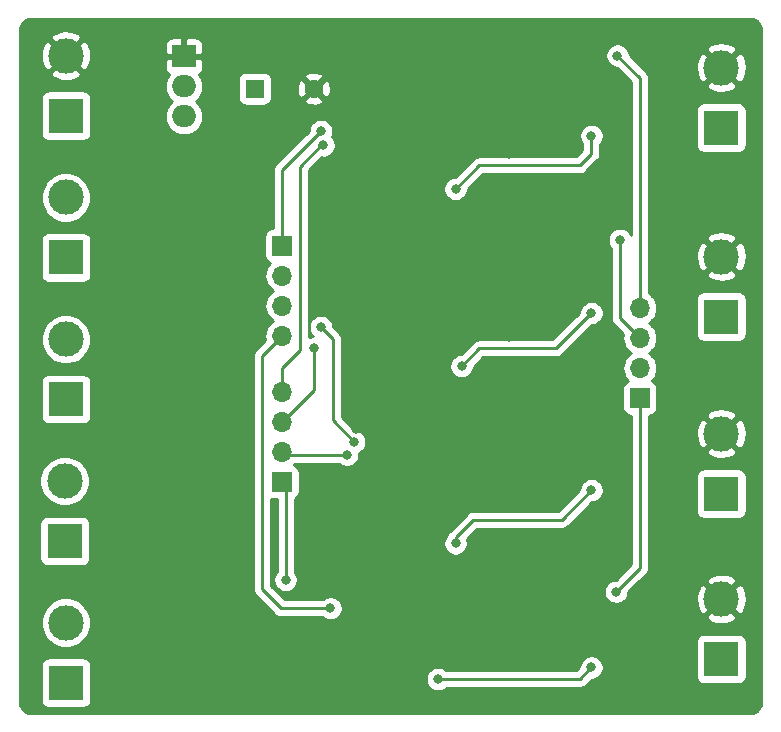
<source format=gbl>
G04 #@! TF.GenerationSoftware,KiCad,Pcbnew,5.1.4-e60b266~84~ubuntu18.04.1*
G04 #@! TF.CreationDate,2019-08-12T22:35:42+05:30*
G04 #@! TF.ProjectId,STCS2A_driver_rev1,53544353-3241-45f6-9472-697665725f72,rev?*
G04 #@! TF.SameCoordinates,Original*
G04 #@! TF.FileFunction,Copper,L2,Bot*
G04 #@! TF.FilePolarity,Positive*
%FSLAX46Y46*%
G04 Gerber Fmt 4.6, Leading zero omitted, Abs format (unit mm)*
G04 Created by KiCad (PCBNEW 5.1.4-e60b266~84~ubuntu18.04.1) date 2019-08-12 22:35:42*
%MOMM*%
%LPD*%
G04 APERTURE LIST*
%ADD10C,1.600000*%
%ADD11R,1.600000X1.600000*%
%ADD12C,3.000000*%
%ADD13R,3.000000X3.000000*%
%ADD14O,1.700000X1.700000*%
%ADD15R,1.700000X1.700000*%
%ADD16O,2.000000X1.905000*%
%ADD17R,2.000000X1.905000*%
%ADD18C,0.800000*%
%ADD19C,0.250000*%
%ADD20C,0.254000*%
G04 APERTURE END LIST*
D10*
X75500000Y-50700000D03*
D11*
X70500000Y-50700000D03*
D12*
X110000000Y-64920000D03*
D13*
X110000000Y-70000000D03*
D12*
X54500000Y-71920000D03*
D13*
X54500000Y-77000000D03*
D14*
X72800000Y-76380000D03*
X72800000Y-78920000D03*
X72800000Y-81460000D03*
D15*
X72800000Y-84000000D03*
D16*
X64500000Y-53040000D03*
X64500000Y-50500000D03*
D17*
X64500000Y-47960000D03*
D12*
X110000000Y-93920000D03*
D13*
X110000000Y-99000000D03*
D12*
X110000000Y-79920000D03*
D13*
X110000000Y-85000000D03*
D12*
X54500000Y-95920000D03*
D13*
X54500000Y-101000000D03*
D12*
X54400000Y-83920000D03*
D13*
X54400000Y-89000000D03*
D12*
X110000000Y-48920000D03*
D13*
X110000000Y-54000000D03*
D14*
X103100000Y-69280000D03*
X103100000Y-71820000D03*
X103100000Y-74360000D03*
D15*
X103100000Y-76900000D03*
D12*
X54500000Y-59920000D03*
D13*
X54500000Y-65000000D03*
D14*
X72800000Y-71620000D03*
X72800000Y-69080000D03*
X72800000Y-66540000D03*
D15*
X72800000Y-64000000D03*
D12*
X54500000Y-47920000D03*
D13*
X54500000Y-53000000D03*
D18*
X78500000Y-65300000D03*
X78500000Y-50700000D03*
X79100000Y-79500000D03*
X76100000Y-92700000D03*
X92000000Y-56200000D03*
X92000000Y-59200000D03*
X92000000Y-71700000D03*
X92000000Y-74200000D03*
X92000000Y-89200000D03*
X92000000Y-86200000D03*
X92000000Y-96000000D03*
X92000000Y-81000000D03*
X92000000Y-51000000D03*
X92000000Y-66000000D03*
X92000000Y-66000000D03*
X95800000Y-51000000D03*
X95800000Y-66000000D03*
X95800000Y-81000000D03*
X95800000Y-96000000D03*
X76100000Y-54300000D03*
X76100000Y-70900000D03*
X78900000Y-80600000D03*
X76900000Y-94700000D03*
X73100000Y-92300000D03*
X78300000Y-81700000D03*
X75500000Y-72700000D03*
X76300000Y-55500000D03*
X101200000Y-47900000D03*
X101400000Y-63500000D03*
X101100000Y-93300000D03*
X99000000Y-69700000D03*
X88000000Y-74200000D03*
X99000000Y-54700000D03*
X87500000Y-59200000D03*
X99000000Y-84700000D03*
X87500000Y-89200000D03*
X86000000Y-100700000D03*
X99000000Y-99700000D03*
D19*
X72800000Y-64000000D02*
X72800000Y-57600000D01*
X72800000Y-57600000D02*
X76100000Y-54300000D01*
X76100000Y-70900000D02*
X77100000Y-71900000D01*
X77100000Y-78800000D02*
X77100000Y-71900000D01*
X78900000Y-80600000D02*
X77100000Y-78800000D01*
X72800000Y-71620000D02*
X71100000Y-73320000D01*
X71100000Y-73320000D02*
X71100000Y-93100000D01*
X71100000Y-93100000D02*
X72700000Y-94700000D01*
X72700000Y-94700000D02*
X76900000Y-94700000D01*
X73100000Y-84300000D02*
X72800000Y-84000000D01*
X73100000Y-92300000D02*
X73100000Y-84300000D01*
X78300000Y-81700000D02*
X73040000Y-81700000D01*
X73040000Y-81700000D02*
X72800000Y-81460000D01*
X72800000Y-78920000D02*
X75500000Y-76220000D01*
X75500000Y-76220000D02*
X75500000Y-72700000D01*
X76100000Y-55500000D02*
X76300000Y-55500000D01*
X74300000Y-57300000D02*
X76100000Y-55500000D01*
X74300000Y-72826998D02*
X74300000Y-57300000D01*
X72800000Y-76380000D02*
X72800000Y-74326998D01*
X72800000Y-74326998D02*
X74300000Y-72826998D01*
X103100000Y-69280000D02*
X103100000Y-49800000D01*
X103100000Y-49800000D02*
X101200000Y-47900000D01*
X101400000Y-70120000D02*
X101400000Y-63500000D01*
X103100000Y-71820000D02*
X101400000Y-70120000D01*
X103100000Y-76900000D02*
X103100000Y-91300000D01*
X103100000Y-91300000D02*
X101100000Y-93300000D01*
X99000000Y-69700000D02*
X96000000Y-72700000D01*
X96000000Y-72700000D02*
X89500000Y-72700000D01*
X89500000Y-72700000D02*
X88000000Y-74200000D01*
X99000000Y-56200000D02*
X99000000Y-54700000D01*
X98000000Y-57200000D02*
X99000000Y-56200000D01*
X87500000Y-59200000D02*
X89500000Y-57200000D01*
X89500000Y-57200000D02*
X98000000Y-57200000D01*
X89000000Y-87200000D02*
X87500000Y-88700000D01*
X99000000Y-84700000D02*
X96500000Y-87200000D01*
X87500000Y-88700000D02*
X87500000Y-89200000D01*
X96500000Y-87200000D02*
X89000000Y-87200000D01*
X86000000Y-100700000D02*
X98000000Y-100700000D01*
X98000000Y-100700000D02*
X99000000Y-99700000D01*
D20*
G36*
X112670189Y-44844376D02*
G01*
X112833850Y-44894022D01*
X112984672Y-44974638D01*
X113116870Y-45083130D01*
X113225362Y-45215328D01*
X113305978Y-45366150D01*
X113355624Y-45529811D01*
X113373000Y-45706234D01*
X113373000Y-102693766D01*
X113355624Y-102870189D01*
X113305978Y-103033850D01*
X113225362Y-103184672D01*
X113116870Y-103316870D01*
X112984672Y-103425362D01*
X112833850Y-103505978D01*
X112670189Y-103555624D01*
X112493766Y-103573000D01*
X51506234Y-103573000D01*
X51329811Y-103555624D01*
X51166150Y-103505978D01*
X51015328Y-103425362D01*
X50883130Y-103316870D01*
X50774638Y-103184672D01*
X50694022Y-103033850D01*
X50644376Y-102870189D01*
X50627000Y-102693766D01*
X50627000Y-99500000D01*
X52361928Y-99500000D01*
X52361928Y-102500000D01*
X52374188Y-102624482D01*
X52410498Y-102744180D01*
X52469463Y-102854494D01*
X52548815Y-102951185D01*
X52645506Y-103030537D01*
X52755820Y-103089502D01*
X52875518Y-103125812D01*
X53000000Y-103138072D01*
X56000000Y-103138072D01*
X56124482Y-103125812D01*
X56244180Y-103089502D01*
X56354494Y-103030537D01*
X56451185Y-102951185D01*
X56530537Y-102854494D01*
X56589502Y-102744180D01*
X56625812Y-102624482D01*
X56638072Y-102500000D01*
X56638072Y-100598061D01*
X84965000Y-100598061D01*
X84965000Y-100801939D01*
X85004774Y-101001898D01*
X85082795Y-101190256D01*
X85196063Y-101359774D01*
X85340226Y-101503937D01*
X85509744Y-101617205D01*
X85698102Y-101695226D01*
X85898061Y-101735000D01*
X86101939Y-101735000D01*
X86301898Y-101695226D01*
X86490256Y-101617205D01*
X86659774Y-101503937D01*
X86703711Y-101460000D01*
X97962678Y-101460000D01*
X98000000Y-101463676D01*
X98037322Y-101460000D01*
X98037333Y-101460000D01*
X98148986Y-101449003D01*
X98292247Y-101405546D01*
X98424276Y-101334974D01*
X98540001Y-101240001D01*
X98563804Y-101210998D01*
X99039802Y-100735000D01*
X99101939Y-100735000D01*
X99301898Y-100695226D01*
X99490256Y-100617205D01*
X99659774Y-100503937D01*
X99803937Y-100359774D01*
X99917205Y-100190256D01*
X99995226Y-100001898D01*
X100035000Y-99801939D01*
X100035000Y-99598061D01*
X99995226Y-99398102D01*
X99917205Y-99209744D01*
X99803937Y-99040226D01*
X99659774Y-98896063D01*
X99490256Y-98782795D01*
X99301898Y-98704774D01*
X99101939Y-98665000D01*
X98898061Y-98665000D01*
X98698102Y-98704774D01*
X98509744Y-98782795D01*
X98340226Y-98896063D01*
X98196063Y-99040226D01*
X98082795Y-99209744D01*
X98004774Y-99398102D01*
X97965000Y-99598061D01*
X97965000Y-99660198D01*
X97685199Y-99940000D01*
X86703711Y-99940000D01*
X86659774Y-99896063D01*
X86490256Y-99782795D01*
X86301898Y-99704774D01*
X86101939Y-99665000D01*
X85898061Y-99665000D01*
X85698102Y-99704774D01*
X85509744Y-99782795D01*
X85340226Y-99896063D01*
X85196063Y-100040226D01*
X85082795Y-100209744D01*
X85004774Y-100398102D01*
X84965000Y-100598061D01*
X56638072Y-100598061D01*
X56638072Y-99500000D01*
X56625812Y-99375518D01*
X56589502Y-99255820D01*
X56530537Y-99145506D01*
X56451185Y-99048815D01*
X56354494Y-98969463D01*
X56244180Y-98910498D01*
X56124482Y-98874188D01*
X56000000Y-98861928D01*
X53000000Y-98861928D01*
X52875518Y-98874188D01*
X52755820Y-98910498D01*
X52645506Y-98969463D01*
X52548815Y-99048815D01*
X52469463Y-99145506D01*
X52410498Y-99255820D01*
X52374188Y-99375518D01*
X52361928Y-99500000D01*
X50627000Y-99500000D01*
X50627000Y-95709721D01*
X52365000Y-95709721D01*
X52365000Y-96130279D01*
X52447047Y-96542756D01*
X52607988Y-96931302D01*
X52841637Y-97280983D01*
X53139017Y-97578363D01*
X53488698Y-97812012D01*
X53877244Y-97972953D01*
X54289721Y-98055000D01*
X54710279Y-98055000D01*
X55122756Y-97972953D01*
X55511302Y-97812012D01*
X55860983Y-97578363D01*
X55939346Y-97500000D01*
X107861928Y-97500000D01*
X107861928Y-100500000D01*
X107874188Y-100624482D01*
X107910498Y-100744180D01*
X107969463Y-100854494D01*
X108048815Y-100951185D01*
X108145506Y-101030537D01*
X108255820Y-101089502D01*
X108375518Y-101125812D01*
X108500000Y-101138072D01*
X111500000Y-101138072D01*
X111624482Y-101125812D01*
X111744180Y-101089502D01*
X111854494Y-101030537D01*
X111951185Y-100951185D01*
X112030537Y-100854494D01*
X112089502Y-100744180D01*
X112125812Y-100624482D01*
X112138072Y-100500000D01*
X112138072Y-97500000D01*
X112125812Y-97375518D01*
X112089502Y-97255820D01*
X112030537Y-97145506D01*
X111951185Y-97048815D01*
X111854494Y-96969463D01*
X111744180Y-96910498D01*
X111624482Y-96874188D01*
X111500000Y-96861928D01*
X108500000Y-96861928D01*
X108375518Y-96874188D01*
X108255820Y-96910498D01*
X108145506Y-96969463D01*
X108048815Y-97048815D01*
X107969463Y-97145506D01*
X107910498Y-97255820D01*
X107874188Y-97375518D01*
X107861928Y-97500000D01*
X55939346Y-97500000D01*
X56158363Y-97280983D01*
X56392012Y-96931302D01*
X56552953Y-96542756D01*
X56635000Y-96130279D01*
X56635000Y-95709721D01*
X56552953Y-95297244D01*
X56392012Y-94908698D01*
X56158363Y-94559017D01*
X55860983Y-94261637D01*
X55511302Y-94027988D01*
X55122756Y-93867047D01*
X54710279Y-93785000D01*
X54289721Y-93785000D01*
X53877244Y-93867047D01*
X53488698Y-94027988D01*
X53139017Y-94261637D01*
X52841637Y-94559017D01*
X52607988Y-94908698D01*
X52447047Y-95297244D01*
X52365000Y-95709721D01*
X50627000Y-95709721D01*
X50627000Y-87500000D01*
X52261928Y-87500000D01*
X52261928Y-90500000D01*
X52274188Y-90624482D01*
X52310498Y-90744180D01*
X52369463Y-90854494D01*
X52448815Y-90951185D01*
X52545506Y-91030537D01*
X52655820Y-91089502D01*
X52775518Y-91125812D01*
X52900000Y-91138072D01*
X55900000Y-91138072D01*
X56024482Y-91125812D01*
X56144180Y-91089502D01*
X56254494Y-91030537D01*
X56351185Y-90951185D01*
X56430537Y-90854494D01*
X56489502Y-90744180D01*
X56525812Y-90624482D01*
X56538072Y-90500000D01*
X56538072Y-87500000D01*
X56525812Y-87375518D01*
X56489502Y-87255820D01*
X56430537Y-87145506D01*
X56351185Y-87048815D01*
X56254494Y-86969463D01*
X56144180Y-86910498D01*
X56024482Y-86874188D01*
X55900000Y-86861928D01*
X52900000Y-86861928D01*
X52775518Y-86874188D01*
X52655820Y-86910498D01*
X52545506Y-86969463D01*
X52448815Y-87048815D01*
X52369463Y-87145506D01*
X52310498Y-87255820D01*
X52274188Y-87375518D01*
X52261928Y-87500000D01*
X50627000Y-87500000D01*
X50627000Y-83709721D01*
X52265000Y-83709721D01*
X52265000Y-84130279D01*
X52347047Y-84542756D01*
X52507988Y-84931302D01*
X52741637Y-85280983D01*
X53039017Y-85578363D01*
X53388698Y-85812012D01*
X53777244Y-85972953D01*
X54189721Y-86055000D01*
X54610279Y-86055000D01*
X55022756Y-85972953D01*
X55411302Y-85812012D01*
X55760983Y-85578363D01*
X56058363Y-85280983D01*
X56292012Y-84931302D01*
X56452953Y-84542756D01*
X56535000Y-84130279D01*
X56535000Y-83709721D01*
X56452953Y-83297244D01*
X56292012Y-82908698D01*
X56058363Y-82559017D01*
X55760983Y-82261637D01*
X55411302Y-82027988D01*
X55022756Y-81867047D01*
X54610279Y-81785000D01*
X54189721Y-81785000D01*
X53777244Y-81867047D01*
X53388698Y-82027988D01*
X53039017Y-82261637D01*
X52741637Y-82559017D01*
X52507988Y-82908698D01*
X52347047Y-83297244D01*
X52265000Y-83709721D01*
X50627000Y-83709721D01*
X50627000Y-75500000D01*
X52361928Y-75500000D01*
X52361928Y-78500000D01*
X52374188Y-78624482D01*
X52410498Y-78744180D01*
X52469463Y-78854494D01*
X52548815Y-78951185D01*
X52645506Y-79030537D01*
X52755820Y-79089502D01*
X52875518Y-79125812D01*
X53000000Y-79138072D01*
X56000000Y-79138072D01*
X56124482Y-79125812D01*
X56244180Y-79089502D01*
X56354494Y-79030537D01*
X56451185Y-78951185D01*
X56530537Y-78854494D01*
X56589502Y-78744180D01*
X56625812Y-78624482D01*
X56638072Y-78500000D01*
X56638072Y-75500000D01*
X56625812Y-75375518D01*
X56589502Y-75255820D01*
X56530537Y-75145506D01*
X56451185Y-75048815D01*
X56354494Y-74969463D01*
X56244180Y-74910498D01*
X56124482Y-74874188D01*
X56000000Y-74861928D01*
X53000000Y-74861928D01*
X52875518Y-74874188D01*
X52755820Y-74910498D01*
X52645506Y-74969463D01*
X52548815Y-75048815D01*
X52469463Y-75145506D01*
X52410498Y-75255820D01*
X52374188Y-75375518D01*
X52361928Y-75500000D01*
X50627000Y-75500000D01*
X50627000Y-71709721D01*
X52365000Y-71709721D01*
X52365000Y-72130279D01*
X52447047Y-72542756D01*
X52607988Y-72931302D01*
X52841637Y-73280983D01*
X53139017Y-73578363D01*
X53488698Y-73812012D01*
X53877244Y-73972953D01*
X54289721Y-74055000D01*
X54710279Y-74055000D01*
X55122756Y-73972953D01*
X55511302Y-73812012D01*
X55860983Y-73578363D01*
X56119346Y-73320000D01*
X70336324Y-73320000D01*
X70340000Y-73357322D01*
X70340001Y-93062667D01*
X70336324Y-93100000D01*
X70350998Y-93248985D01*
X70394454Y-93392246D01*
X70465026Y-93524276D01*
X70536201Y-93611002D01*
X70560000Y-93640001D01*
X70588998Y-93663799D01*
X72136201Y-95211003D01*
X72159999Y-95240001D01*
X72275724Y-95334974D01*
X72407753Y-95405546D01*
X72551014Y-95449003D01*
X72662667Y-95460000D01*
X72662675Y-95460000D01*
X72700000Y-95463676D01*
X72737325Y-95460000D01*
X76196289Y-95460000D01*
X76240226Y-95503937D01*
X76409744Y-95617205D01*
X76598102Y-95695226D01*
X76798061Y-95735000D01*
X77001939Y-95735000D01*
X77201898Y-95695226D01*
X77390256Y-95617205D01*
X77559774Y-95503937D01*
X77652058Y-95411653D01*
X108687952Y-95411653D01*
X108843962Y-95727214D01*
X109218745Y-95918020D01*
X109623551Y-96032044D01*
X110042824Y-96064902D01*
X110460451Y-96015334D01*
X110860383Y-95885243D01*
X111156038Y-95727214D01*
X111312048Y-95411653D01*
X110000000Y-94099605D01*
X108687952Y-95411653D01*
X77652058Y-95411653D01*
X77703937Y-95359774D01*
X77817205Y-95190256D01*
X77895226Y-95001898D01*
X77935000Y-94801939D01*
X77935000Y-94598061D01*
X77895226Y-94398102D01*
X77817205Y-94209744D01*
X77703937Y-94040226D01*
X77559774Y-93896063D01*
X77390256Y-93782795D01*
X77201898Y-93704774D01*
X77001939Y-93665000D01*
X76798061Y-93665000D01*
X76598102Y-93704774D01*
X76409744Y-93782795D01*
X76240226Y-93896063D01*
X76196289Y-93940000D01*
X73014802Y-93940000D01*
X71860000Y-92785199D01*
X71860000Y-85479208D01*
X71950000Y-85488072D01*
X72340001Y-85488072D01*
X72340000Y-91596289D01*
X72296063Y-91640226D01*
X72182795Y-91809744D01*
X72104774Y-91998102D01*
X72065000Y-92198061D01*
X72065000Y-92401939D01*
X72104774Y-92601898D01*
X72182795Y-92790256D01*
X72296063Y-92959774D01*
X72440226Y-93103937D01*
X72609744Y-93217205D01*
X72798102Y-93295226D01*
X72998061Y-93335000D01*
X73201939Y-93335000D01*
X73401898Y-93295226D01*
X73590256Y-93217205D01*
X73618907Y-93198061D01*
X100065000Y-93198061D01*
X100065000Y-93401939D01*
X100104774Y-93601898D01*
X100182795Y-93790256D01*
X100296063Y-93959774D01*
X100440226Y-94103937D01*
X100609744Y-94217205D01*
X100798102Y-94295226D01*
X100998061Y-94335000D01*
X101201939Y-94335000D01*
X101401898Y-94295226D01*
X101590256Y-94217205D01*
X101759774Y-94103937D01*
X101900887Y-93962824D01*
X107855098Y-93962824D01*
X107904666Y-94380451D01*
X108034757Y-94780383D01*
X108192786Y-95076038D01*
X108508347Y-95232048D01*
X109820395Y-93920000D01*
X110179605Y-93920000D01*
X111491653Y-95232048D01*
X111807214Y-95076038D01*
X111998020Y-94701255D01*
X112112044Y-94296449D01*
X112144902Y-93877176D01*
X112095334Y-93459549D01*
X111965243Y-93059617D01*
X111807214Y-92763962D01*
X111491653Y-92607952D01*
X110179605Y-93920000D01*
X109820395Y-93920000D01*
X108508347Y-92607952D01*
X108192786Y-92763962D01*
X108001980Y-93138745D01*
X107887956Y-93543551D01*
X107855098Y-93962824D01*
X101900887Y-93962824D01*
X101903937Y-93959774D01*
X102017205Y-93790256D01*
X102095226Y-93601898D01*
X102135000Y-93401939D01*
X102135000Y-93339801D01*
X103046454Y-92428347D01*
X108687952Y-92428347D01*
X110000000Y-93740395D01*
X111312048Y-92428347D01*
X111156038Y-92112786D01*
X110781255Y-91921980D01*
X110376449Y-91807956D01*
X109957176Y-91775098D01*
X109539549Y-91824666D01*
X109139617Y-91954757D01*
X108843962Y-92112786D01*
X108687952Y-92428347D01*
X103046454Y-92428347D01*
X103611003Y-91863799D01*
X103640001Y-91840001D01*
X103666332Y-91807917D01*
X103734974Y-91724277D01*
X103805546Y-91592247D01*
X103849003Y-91448986D01*
X103860000Y-91337333D01*
X103860000Y-91337324D01*
X103863676Y-91300001D01*
X103860000Y-91262678D01*
X103860000Y-83500000D01*
X107861928Y-83500000D01*
X107861928Y-86500000D01*
X107874188Y-86624482D01*
X107910498Y-86744180D01*
X107969463Y-86854494D01*
X108048815Y-86951185D01*
X108145506Y-87030537D01*
X108255820Y-87089502D01*
X108375518Y-87125812D01*
X108500000Y-87138072D01*
X111500000Y-87138072D01*
X111624482Y-87125812D01*
X111744180Y-87089502D01*
X111854494Y-87030537D01*
X111951185Y-86951185D01*
X112030537Y-86854494D01*
X112089502Y-86744180D01*
X112125812Y-86624482D01*
X112138072Y-86500000D01*
X112138072Y-83500000D01*
X112125812Y-83375518D01*
X112089502Y-83255820D01*
X112030537Y-83145506D01*
X111951185Y-83048815D01*
X111854494Y-82969463D01*
X111744180Y-82910498D01*
X111624482Y-82874188D01*
X111500000Y-82861928D01*
X108500000Y-82861928D01*
X108375518Y-82874188D01*
X108255820Y-82910498D01*
X108145506Y-82969463D01*
X108048815Y-83048815D01*
X107969463Y-83145506D01*
X107910498Y-83255820D01*
X107874188Y-83375518D01*
X107861928Y-83500000D01*
X103860000Y-83500000D01*
X103860000Y-81411653D01*
X108687952Y-81411653D01*
X108843962Y-81727214D01*
X109218745Y-81918020D01*
X109623551Y-82032044D01*
X110042824Y-82064902D01*
X110460451Y-82015334D01*
X110860383Y-81885243D01*
X111156038Y-81727214D01*
X111312048Y-81411653D01*
X110000000Y-80099605D01*
X108687952Y-81411653D01*
X103860000Y-81411653D01*
X103860000Y-79962824D01*
X107855098Y-79962824D01*
X107904666Y-80380451D01*
X108034757Y-80780383D01*
X108192786Y-81076038D01*
X108508347Y-81232048D01*
X109820395Y-79920000D01*
X110179605Y-79920000D01*
X111491653Y-81232048D01*
X111807214Y-81076038D01*
X111998020Y-80701255D01*
X112112044Y-80296449D01*
X112144902Y-79877176D01*
X112095334Y-79459549D01*
X111965243Y-79059617D01*
X111807214Y-78763962D01*
X111491653Y-78607952D01*
X110179605Y-79920000D01*
X109820395Y-79920000D01*
X108508347Y-78607952D01*
X108192786Y-78763962D01*
X108001980Y-79138745D01*
X107887956Y-79543551D01*
X107855098Y-79962824D01*
X103860000Y-79962824D01*
X103860000Y-78428347D01*
X108687952Y-78428347D01*
X110000000Y-79740395D01*
X111312048Y-78428347D01*
X111156038Y-78112786D01*
X110781255Y-77921980D01*
X110376449Y-77807956D01*
X109957176Y-77775098D01*
X109539549Y-77824666D01*
X109139617Y-77954757D01*
X108843962Y-78112786D01*
X108687952Y-78428347D01*
X103860000Y-78428347D01*
X103860000Y-78388072D01*
X103950000Y-78388072D01*
X104074482Y-78375812D01*
X104194180Y-78339502D01*
X104304494Y-78280537D01*
X104401185Y-78201185D01*
X104480537Y-78104494D01*
X104539502Y-77994180D01*
X104575812Y-77874482D01*
X104588072Y-77750000D01*
X104588072Y-76050000D01*
X104575812Y-75925518D01*
X104539502Y-75805820D01*
X104480537Y-75695506D01*
X104401185Y-75598815D01*
X104304494Y-75519463D01*
X104194180Y-75460498D01*
X104125313Y-75439607D01*
X104155134Y-75415134D01*
X104340706Y-75189014D01*
X104478599Y-74931034D01*
X104563513Y-74651111D01*
X104592185Y-74360000D01*
X104563513Y-74068889D01*
X104478599Y-73788966D01*
X104340706Y-73530986D01*
X104155134Y-73304866D01*
X103929014Y-73119294D01*
X103874209Y-73090000D01*
X103929014Y-73060706D01*
X104155134Y-72875134D01*
X104340706Y-72649014D01*
X104478599Y-72391034D01*
X104563513Y-72111111D01*
X104592185Y-71820000D01*
X104563513Y-71528889D01*
X104478599Y-71248966D01*
X104340706Y-70990986D01*
X104155134Y-70764866D01*
X103929014Y-70579294D01*
X103874209Y-70550000D01*
X103929014Y-70520706D01*
X104155134Y-70335134D01*
X104340706Y-70109014D01*
X104478599Y-69851034D01*
X104563513Y-69571111D01*
X104592185Y-69280000D01*
X104563513Y-68988889D01*
X104478599Y-68708966D01*
X104366905Y-68500000D01*
X107861928Y-68500000D01*
X107861928Y-71500000D01*
X107874188Y-71624482D01*
X107910498Y-71744180D01*
X107969463Y-71854494D01*
X108048815Y-71951185D01*
X108145506Y-72030537D01*
X108255820Y-72089502D01*
X108375518Y-72125812D01*
X108500000Y-72138072D01*
X111500000Y-72138072D01*
X111624482Y-72125812D01*
X111744180Y-72089502D01*
X111854494Y-72030537D01*
X111951185Y-71951185D01*
X112030537Y-71854494D01*
X112089502Y-71744180D01*
X112125812Y-71624482D01*
X112138072Y-71500000D01*
X112138072Y-68500000D01*
X112125812Y-68375518D01*
X112089502Y-68255820D01*
X112030537Y-68145506D01*
X111951185Y-68048815D01*
X111854494Y-67969463D01*
X111744180Y-67910498D01*
X111624482Y-67874188D01*
X111500000Y-67861928D01*
X108500000Y-67861928D01*
X108375518Y-67874188D01*
X108255820Y-67910498D01*
X108145506Y-67969463D01*
X108048815Y-68048815D01*
X107969463Y-68145506D01*
X107910498Y-68255820D01*
X107874188Y-68375518D01*
X107861928Y-68500000D01*
X104366905Y-68500000D01*
X104340706Y-68450986D01*
X104155134Y-68224866D01*
X103929014Y-68039294D01*
X103860000Y-68002405D01*
X103860000Y-66411653D01*
X108687952Y-66411653D01*
X108843962Y-66727214D01*
X109218745Y-66918020D01*
X109623551Y-67032044D01*
X110042824Y-67064902D01*
X110460451Y-67015334D01*
X110860383Y-66885243D01*
X111156038Y-66727214D01*
X111312048Y-66411653D01*
X110000000Y-65099605D01*
X108687952Y-66411653D01*
X103860000Y-66411653D01*
X103860000Y-64962824D01*
X107855098Y-64962824D01*
X107904666Y-65380451D01*
X108034757Y-65780383D01*
X108192786Y-66076038D01*
X108508347Y-66232048D01*
X109820395Y-64920000D01*
X110179605Y-64920000D01*
X111491653Y-66232048D01*
X111807214Y-66076038D01*
X111998020Y-65701255D01*
X112112044Y-65296449D01*
X112144902Y-64877176D01*
X112095334Y-64459549D01*
X111965243Y-64059617D01*
X111807214Y-63763962D01*
X111491653Y-63607952D01*
X110179605Y-64920000D01*
X109820395Y-64920000D01*
X108508347Y-63607952D01*
X108192786Y-63763962D01*
X108001980Y-64138745D01*
X107887956Y-64543551D01*
X107855098Y-64962824D01*
X103860000Y-64962824D01*
X103860000Y-63428347D01*
X108687952Y-63428347D01*
X110000000Y-64740395D01*
X111312048Y-63428347D01*
X111156038Y-63112786D01*
X110781255Y-62921980D01*
X110376449Y-62807956D01*
X109957176Y-62775098D01*
X109539549Y-62824666D01*
X109139617Y-62954757D01*
X108843962Y-63112786D01*
X108687952Y-63428347D01*
X103860000Y-63428347D01*
X103860000Y-52500000D01*
X107861928Y-52500000D01*
X107861928Y-55500000D01*
X107874188Y-55624482D01*
X107910498Y-55744180D01*
X107969463Y-55854494D01*
X108048815Y-55951185D01*
X108145506Y-56030537D01*
X108255820Y-56089502D01*
X108375518Y-56125812D01*
X108500000Y-56138072D01*
X111500000Y-56138072D01*
X111624482Y-56125812D01*
X111744180Y-56089502D01*
X111854494Y-56030537D01*
X111951185Y-55951185D01*
X112030537Y-55854494D01*
X112089502Y-55744180D01*
X112125812Y-55624482D01*
X112138072Y-55500000D01*
X112138072Y-52500000D01*
X112125812Y-52375518D01*
X112089502Y-52255820D01*
X112030537Y-52145506D01*
X111951185Y-52048815D01*
X111854494Y-51969463D01*
X111744180Y-51910498D01*
X111624482Y-51874188D01*
X111500000Y-51861928D01*
X108500000Y-51861928D01*
X108375518Y-51874188D01*
X108255820Y-51910498D01*
X108145506Y-51969463D01*
X108048815Y-52048815D01*
X107969463Y-52145506D01*
X107910498Y-52255820D01*
X107874188Y-52375518D01*
X107861928Y-52500000D01*
X103860000Y-52500000D01*
X103860000Y-50411653D01*
X108687952Y-50411653D01*
X108843962Y-50727214D01*
X109218745Y-50918020D01*
X109623551Y-51032044D01*
X110042824Y-51064902D01*
X110460451Y-51015334D01*
X110860383Y-50885243D01*
X111156038Y-50727214D01*
X111312048Y-50411653D01*
X110000000Y-49099605D01*
X108687952Y-50411653D01*
X103860000Y-50411653D01*
X103860000Y-49837325D01*
X103863676Y-49800000D01*
X103860000Y-49762675D01*
X103860000Y-49762667D01*
X103849003Y-49651014D01*
X103805546Y-49507753D01*
X103734974Y-49375724D01*
X103640001Y-49259999D01*
X103611003Y-49236201D01*
X103337626Y-48962824D01*
X107855098Y-48962824D01*
X107904666Y-49380451D01*
X108034757Y-49780383D01*
X108192786Y-50076038D01*
X108508347Y-50232048D01*
X109820395Y-48920000D01*
X110179605Y-48920000D01*
X111491653Y-50232048D01*
X111807214Y-50076038D01*
X111998020Y-49701255D01*
X112112044Y-49296449D01*
X112144902Y-48877176D01*
X112095334Y-48459549D01*
X111965243Y-48059617D01*
X111807214Y-47763962D01*
X111491653Y-47607952D01*
X110179605Y-48920000D01*
X109820395Y-48920000D01*
X108508347Y-47607952D01*
X108192786Y-47763962D01*
X108001980Y-48138745D01*
X107887956Y-48543551D01*
X107855098Y-48962824D01*
X103337626Y-48962824D01*
X102235000Y-47860199D01*
X102235000Y-47798061D01*
X102195226Y-47598102D01*
X102124911Y-47428347D01*
X108687952Y-47428347D01*
X110000000Y-48740395D01*
X111312048Y-47428347D01*
X111156038Y-47112786D01*
X110781255Y-46921980D01*
X110376449Y-46807956D01*
X109957176Y-46775098D01*
X109539549Y-46824666D01*
X109139617Y-46954757D01*
X108843962Y-47112786D01*
X108687952Y-47428347D01*
X102124911Y-47428347D01*
X102117205Y-47409744D01*
X102003937Y-47240226D01*
X101859774Y-47096063D01*
X101690256Y-46982795D01*
X101501898Y-46904774D01*
X101301939Y-46865000D01*
X101098061Y-46865000D01*
X100898102Y-46904774D01*
X100709744Y-46982795D01*
X100540226Y-47096063D01*
X100396063Y-47240226D01*
X100282795Y-47409744D01*
X100204774Y-47598102D01*
X100165000Y-47798061D01*
X100165000Y-48001939D01*
X100204774Y-48201898D01*
X100282795Y-48390256D01*
X100396063Y-48559774D01*
X100540226Y-48703937D01*
X100709744Y-48817205D01*
X100898102Y-48895226D01*
X101098061Y-48935000D01*
X101160199Y-48935000D01*
X102340001Y-50114803D01*
X102340000Y-63064776D01*
X102317205Y-63009744D01*
X102203937Y-62840226D01*
X102059774Y-62696063D01*
X101890256Y-62582795D01*
X101701898Y-62504774D01*
X101501939Y-62465000D01*
X101298061Y-62465000D01*
X101098102Y-62504774D01*
X100909744Y-62582795D01*
X100740226Y-62696063D01*
X100596063Y-62840226D01*
X100482795Y-63009744D01*
X100404774Y-63198102D01*
X100365000Y-63398061D01*
X100365000Y-63601939D01*
X100404774Y-63801898D01*
X100482795Y-63990256D01*
X100596063Y-64159774D01*
X100640001Y-64203712D01*
X100640000Y-70082677D01*
X100636324Y-70120000D01*
X100640000Y-70157322D01*
X100640000Y-70157332D01*
X100650997Y-70268985D01*
X100693695Y-70409744D01*
X100694454Y-70412246D01*
X100765026Y-70544276D01*
X100777124Y-70559017D01*
X100859999Y-70660001D01*
X100889003Y-70683804D01*
X101659203Y-71454005D01*
X101636487Y-71528889D01*
X101607815Y-71820000D01*
X101636487Y-72111111D01*
X101721401Y-72391034D01*
X101859294Y-72649014D01*
X102044866Y-72875134D01*
X102270986Y-73060706D01*
X102325791Y-73090000D01*
X102270986Y-73119294D01*
X102044866Y-73304866D01*
X101859294Y-73530986D01*
X101721401Y-73788966D01*
X101636487Y-74068889D01*
X101607815Y-74360000D01*
X101636487Y-74651111D01*
X101721401Y-74931034D01*
X101859294Y-75189014D01*
X102044866Y-75415134D01*
X102074687Y-75439607D01*
X102005820Y-75460498D01*
X101895506Y-75519463D01*
X101798815Y-75598815D01*
X101719463Y-75695506D01*
X101660498Y-75805820D01*
X101624188Y-75925518D01*
X101611928Y-76050000D01*
X101611928Y-77750000D01*
X101624188Y-77874482D01*
X101660498Y-77994180D01*
X101719463Y-78104494D01*
X101798815Y-78201185D01*
X101895506Y-78280537D01*
X102005820Y-78339502D01*
X102125518Y-78375812D01*
X102250000Y-78388072D01*
X102340000Y-78388072D01*
X102340001Y-90985197D01*
X101060199Y-92265000D01*
X100998061Y-92265000D01*
X100798102Y-92304774D01*
X100609744Y-92382795D01*
X100440226Y-92496063D01*
X100296063Y-92640226D01*
X100182795Y-92809744D01*
X100104774Y-92998102D01*
X100065000Y-93198061D01*
X73618907Y-93198061D01*
X73759774Y-93103937D01*
X73903937Y-92959774D01*
X74017205Y-92790256D01*
X74095226Y-92601898D01*
X74135000Y-92401939D01*
X74135000Y-92198061D01*
X74095226Y-91998102D01*
X74017205Y-91809744D01*
X73903937Y-91640226D01*
X73860000Y-91596289D01*
X73860000Y-89098061D01*
X86465000Y-89098061D01*
X86465000Y-89301939D01*
X86504774Y-89501898D01*
X86582795Y-89690256D01*
X86696063Y-89859774D01*
X86840226Y-90003937D01*
X87009744Y-90117205D01*
X87198102Y-90195226D01*
X87398061Y-90235000D01*
X87601939Y-90235000D01*
X87801898Y-90195226D01*
X87990256Y-90117205D01*
X88159774Y-90003937D01*
X88303937Y-89859774D01*
X88417205Y-89690256D01*
X88495226Y-89501898D01*
X88535000Y-89301939D01*
X88535000Y-89098061D01*
X88495226Y-88898102D01*
X88460510Y-88814291D01*
X89314802Y-87960000D01*
X96462678Y-87960000D01*
X96500000Y-87963676D01*
X96537322Y-87960000D01*
X96537333Y-87960000D01*
X96648986Y-87949003D01*
X96792247Y-87905546D01*
X96924276Y-87834974D01*
X97040001Y-87740001D01*
X97063804Y-87710997D01*
X99039802Y-85735000D01*
X99101939Y-85735000D01*
X99301898Y-85695226D01*
X99490256Y-85617205D01*
X99659774Y-85503937D01*
X99803937Y-85359774D01*
X99917205Y-85190256D01*
X99995226Y-85001898D01*
X100035000Y-84801939D01*
X100035000Y-84598061D01*
X99995226Y-84398102D01*
X99917205Y-84209744D01*
X99803937Y-84040226D01*
X99659774Y-83896063D01*
X99490256Y-83782795D01*
X99301898Y-83704774D01*
X99101939Y-83665000D01*
X98898061Y-83665000D01*
X98698102Y-83704774D01*
X98509744Y-83782795D01*
X98340226Y-83896063D01*
X98196063Y-84040226D01*
X98082795Y-84209744D01*
X98004774Y-84398102D01*
X97965000Y-84598061D01*
X97965000Y-84660198D01*
X96185199Y-86440000D01*
X89037322Y-86440000D01*
X88999999Y-86436324D01*
X88962676Y-86440000D01*
X88962667Y-86440000D01*
X88851014Y-86450997D01*
X88707753Y-86494454D01*
X88575724Y-86565026D01*
X88459999Y-86659999D01*
X88436201Y-86688997D01*
X86989003Y-88136196D01*
X86959999Y-88159999D01*
X86904871Y-88227174D01*
X86865026Y-88275724D01*
X86800703Y-88396063D01*
X86794454Y-88407754D01*
X86779614Y-88456675D01*
X86696063Y-88540226D01*
X86582795Y-88709744D01*
X86504774Y-88898102D01*
X86465000Y-89098061D01*
X73860000Y-89098061D01*
X73860000Y-85449870D01*
X73894180Y-85439502D01*
X74004494Y-85380537D01*
X74101185Y-85301185D01*
X74180537Y-85204494D01*
X74239502Y-85094180D01*
X74275812Y-84974482D01*
X74288072Y-84850000D01*
X74288072Y-83150000D01*
X74275812Y-83025518D01*
X74239502Y-82905820D01*
X74180537Y-82795506D01*
X74101185Y-82698815D01*
X74004494Y-82619463D01*
X73894180Y-82560498D01*
X73825313Y-82539607D01*
X73855134Y-82515134D01*
X73900381Y-82460000D01*
X77596289Y-82460000D01*
X77640226Y-82503937D01*
X77809744Y-82617205D01*
X77998102Y-82695226D01*
X78198061Y-82735000D01*
X78401939Y-82735000D01*
X78601898Y-82695226D01*
X78790256Y-82617205D01*
X78959774Y-82503937D01*
X79103937Y-82359774D01*
X79217205Y-82190256D01*
X79295226Y-82001898D01*
X79335000Y-81801939D01*
X79335000Y-81598061D01*
X79324347Y-81544506D01*
X79390256Y-81517205D01*
X79559774Y-81403937D01*
X79703937Y-81259774D01*
X79817205Y-81090256D01*
X79895226Y-80901898D01*
X79935000Y-80701939D01*
X79935000Y-80498061D01*
X79895226Y-80298102D01*
X79817205Y-80109744D01*
X79703937Y-79940226D01*
X79559774Y-79796063D01*
X79390256Y-79682795D01*
X79201898Y-79604774D01*
X79001939Y-79565000D01*
X78939802Y-79565000D01*
X77860000Y-78485199D01*
X77860000Y-74098061D01*
X86965000Y-74098061D01*
X86965000Y-74301939D01*
X87004774Y-74501898D01*
X87082795Y-74690256D01*
X87196063Y-74859774D01*
X87340226Y-75003937D01*
X87509744Y-75117205D01*
X87698102Y-75195226D01*
X87898061Y-75235000D01*
X88101939Y-75235000D01*
X88301898Y-75195226D01*
X88490256Y-75117205D01*
X88659774Y-75003937D01*
X88803937Y-74859774D01*
X88917205Y-74690256D01*
X88995226Y-74501898D01*
X89035000Y-74301939D01*
X89035000Y-74239801D01*
X89814802Y-73460000D01*
X95962678Y-73460000D01*
X96000000Y-73463676D01*
X96037322Y-73460000D01*
X96037333Y-73460000D01*
X96148986Y-73449003D01*
X96292247Y-73405546D01*
X96424276Y-73334974D01*
X96540001Y-73240001D01*
X96563804Y-73210997D01*
X99039802Y-70735000D01*
X99101939Y-70735000D01*
X99301898Y-70695226D01*
X99490256Y-70617205D01*
X99659774Y-70503937D01*
X99803937Y-70359774D01*
X99917205Y-70190256D01*
X99995226Y-70001898D01*
X100035000Y-69801939D01*
X100035000Y-69598061D01*
X99995226Y-69398102D01*
X99917205Y-69209744D01*
X99803937Y-69040226D01*
X99659774Y-68896063D01*
X99490256Y-68782795D01*
X99301898Y-68704774D01*
X99101939Y-68665000D01*
X98898061Y-68665000D01*
X98698102Y-68704774D01*
X98509744Y-68782795D01*
X98340226Y-68896063D01*
X98196063Y-69040226D01*
X98082795Y-69209744D01*
X98004774Y-69398102D01*
X97965000Y-69598061D01*
X97965000Y-69660198D01*
X95685199Y-71940000D01*
X89537322Y-71940000D01*
X89499999Y-71936324D01*
X89462676Y-71940000D01*
X89462667Y-71940000D01*
X89351014Y-71950997D01*
X89207753Y-71994454D01*
X89075724Y-72065026D01*
X88959999Y-72159999D01*
X88936201Y-72188997D01*
X87960199Y-73165000D01*
X87898061Y-73165000D01*
X87698102Y-73204774D01*
X87509744Y-73282795D01*
X87340226Y-73396063D01*
X87196063Y-73540226D01*
X87082795Y-73709744D01*
X87004774Y-73898102D01*
X86965000Y-74098061D01*
X77860000Y-74098061D01*
X77860000Y-71937333D01*
X77863677Y-71900000D01*
X77849003Y-71751014D01*
X77805546Y-71607753D01*
X77734974Y-71475724D01*
X77663799Y-71388997D01*
X77640001Y-71359999D01*
X77611003Y-71336201D01*
X77135000Y-70860199D01*
X77135000Y-70798061D01*
X77095226Y-70598102D01*
X77017205Y-70409744D01*
X76903937Y-70240226D01*
X76759774Y-70096063D01*
X76590256Y-69982795D01*
X76401898Y-69904774D01*
X76201939Y-69865000D01*
X75998061Y-69865000D01*
X75798102Y-69904774D01*
X75609744Y-69982795D01*
X75440226Y-70096063D01*
X75296063Y-70240226D01*
X75182795Y-70409744D01*
X75104774Y-70598102D01*
X75065000Y-70798061D01*
X75065000Y-71001939D01*
X75104774Y-71201898D01*
X75182795Y-71390256D01*
X75296063Y-71559774D01*
X75401289Y-71665000D01*
X75398061Y-71665000D01*
X75198102Y-71704774D01*
X75060000Y-71761978D01*
X75060000Y-59098061D01*
X86465000Y-59098061D01*
X86465000Y-59301939D01*
X86504774Y-59501898D01*
X86582795Y-59690256D01*
X86696063Y-59859774D01*
X86840226Y-60003937D01*
X87009744Y-60117205D01*
X87198102Y-60195226D01*
X87398061Y-60235000D01*
X87601939Y-60235000D01*
X87801898Y-60195226D01*
X87990256Y-60117205D01*
X88159774Y-60003937D01*
X88303937Y-59859774D01*
X88417205Y-59690256D01*
X88495226Y-59501898D01*
X88535000Y-59301939D01*
X88535000Y-59239801D01*
X89814802Y-57960000D01*
X97962678Y-57960000D01*
X98000000Y-57963676D01*
X98037322Y-57960000D01*
X98037333Y-57960000D01*
X98148986Y-57949003D01*
X98292247Y-57905546D01*
X98424276Y-57834974D01*
X98540001Y-57740001D01*
X98563804Y-57710998D01*
X99511004Y-56763798D01*
X99540001Y-56740001D01*
X99634974Y-56624276D01*
X99705546Y-56492247D01*
X99749003Y-56348986D01*
X99760000Y-56237333D01*
X99760000Y-56237332D01*
X99763677Y-56200000D01*
X99760000Y-56162667D01*
X99760000Y-55403711D01*
X99803937Y-55359774D01*
X99917205Y-55190256D01*
X99995226Y-55001898D01*
X100035000Y-54801939D01*
X100035000Y-54598061D01*
X99995226Y-54398102D01*
X99917205Y-54209744D01*
X99803937Y-54040226D01*
X99659774Y-53896063D01*
X99490256Y-53782795D01*
X99301898Y-53704774D01*
X99101939Y-53665000D01*
X98898061Y-53665000D01*
X98698102Y-53704774D01*
X98509744Y-53782795D01*
X98340226Y-53896063D01*
X98196063Y-54040226D01*
X98082795Y-54209744D01*
X98004774Y-54398102D01*
X97965000Y-54598061D01*
X97965000Y-54801939D01*
X98004774Y-55001898D01*
X98082795Y-55190256D01*
X98196063Y-55359774D01*
X98240001Y-55403712D01*
X98240000Y-55885198D01*
X97685199Y-56440000D01*
X89537322Y-56440000D01*
X89499999Y-56436324D01*
X89462676Y-56440000D01*
X89462667Y-56440000D01*
X89351014Y-56450997D01*
X89215032Y-56492246D01*
X89207753Y-56494454D01*
X89075723Y-56565026D01*
X88992083Y-56633668D01*
X88959999Y-56659999D01*
X88936201Y-56688997D01*
X87460199Y-58165000D01*
X87398061Y-58165000D01*
X87198102Y-58204774D01*
X87009744Y-58282795D01*
X86840226Y-58396063D01*
X86696063Y-58540226D01*
X86582795Y-58709744D01*
X86504774Y-58898102D01*
X86465000Y-59098061D01*
X75060000Y-59098061D01*
X75060000Y-57614801D01*
X76149468Y-56525334D01*
X76198061Y-56535000D01*
X76401939Y-56535000D01*
X76601898Y-56495226D01*
X76790256Y-56417205D01*
X76959774Y-56303937D01*
X77103937Y-56159774D01*
X77217205Y-55990256D01*
X77295226Y-55801898D01*
X77335000Y-55601939D01*
X77335000Y-55398061D01*
X77295226Y-55198102D01*
X77217205Y-55009744D01*
X77103937Y-54840226D01*
X77027972Y-54764261D01*
X77095226Y-54601898D01*
X77135000Y-54401939D01*
X77135000Y-54198061D01*
X77095226Y-53998102D01*
X77017205Y-53809744D01*
X76903937Y-53640226D01*
X76759774Y-53496063D01*
X76590256Y-53382795D01*
X76401898Y-53304774D01*
X76201939Y-53265000D01*
X75998061Y-53265000D01*
X75798102Y-53304774D01*
X75609744Y-53382795D01*
X75440226Y-53496063D01*
X75296063Y-53640226D01*
X75182795Y-53809744D01*
X75104774Y-53998102D01*
X75065000Y-54198061D01*
X75065000Y-54260198D01*
X72288998Y-57036201D01*
X72260000Y-57059999D01*
X72236202Y-57088997D01*
X72236201Y-57088998D01*
X72165026Y-57175724D01*
X72094454Y-57307754D01*
X72081947Y-57348986D01*
X72051614Y-57448985D01*
X72050998Y-57451015D01*
X72036324Y-57600000D01*
X72040001Y-57637332D01*
X72040000Y-62511928D01*
X71950000Y-62511928D01*
X71825518Y-62524188D01*
X71705820Y-62560498D01*
X71595506Y-62619463D01*
X71498815Y-62698815D01*
X71419463Y-62795506D01*
X71360498Y-62905820D01*
X71324188Y-63025518D01*
X71311928Y-63150000D01*
X71311928Y-64850000D01*
X71324188Y-64974482D01*
X71360498Y-65094180D01*
X71419463Y-65204494D01*
X71498815Y-65301185D01*
X71595506Y-65380537D01*
X71705820Y-65439502D01*
X71774687Y-65460393D01*
X71744866Y-65484866D01*
X71559294Y-65710986D01*
X71421401Y-65968966D01*
X71336487Y-66248889D01*
X71307815Y-66540000D01*
X71336487Y-66831111D01*
X71421401Y-67111034D01*
X71559294Y-67369014D01*
X71744866Y-67595134D01*
X71970986Y-67780706D01*
X72025791Y-67810000D01*
X71970986Y-67839294D01*
X71744866Y-68024866D01*
X71559294Y-68250986D01*
X71421401Y-68508966D01*
X71336487Y-68788889D01*
X71307815Y-69080000D01*
X71336487Y-69371111D01*
X71421401Y-69651034D01*
X71559294Y-69909014D01*
X71744866Y-70135134D01*
X71970986Y-70320706D01*
X72025791Y-70350000D01*
X71970986Y-70379294D01*
X71744866Y-70564866D01*
X71559294Y-70790986D01*
X71421401Y-71048966D01*
X71336487Y-71328889D01*
X71307815Y-71620000D01*
X71336487Y-71911111D01*
X71359203Y-71985995D01*
X70589003Y-72756196D01*
X70559999Y-72779999D01*
X70504871Y-72847174D01*
X70465026Y-72895724D01*
X70394455Y-73027753D01*
X70394454Y-73027754D01*
X70350997Y-73171015D01*
X70340000Y-73282668D01*
X70340000Y-73282678D01*
X70336324Y-73320000D01*
X56119346Y-73320000D01*
X56158363Y-73280983D01*
X56392012Y-72931302D01*
X56552953Y-72542756D01*
X56635000Y-72130279D01*
X56635000Y-71709721D01*
X56552953Y-71297244D01*
X56392012Y-70908698D01*
X56158363Y-70559017D01*
X55860983Y-70261637D01*
X55511302Y-70027988D01*
X55122756Y-69867047D01*
X54710279Y-69785000D01*
X54289721Y-69785000D01*
X53877244Y-69867047D01*
X53488698Y-70027988D01*
X53139017Y-70261637D01*
X52841637Y-70559017D01*
X52607988Y-70908698D01*
X52447047Y-71297244D01*
X52365000Y-71709721D01*
X50627000Y-71709721D01*
X50627000Y-63500000D01*
X52361928Y-63500000D01*
X52361928Y-66500000D01*
X52374188Y-66624482D01*
X52410498Y-66744180D01*
X52469463Y-66854494D01*
X52548815Y-66951185D01*
X52645506Y-67030537D01*
X52755820Y-67089502D01*
X52875518Y-67125812D01*
X53000000Y-67138072D01*
X56000000Y-67138072D01*
X56124482Y-67125812D01*
X56244180Y-67089502D01*
X56354494Y-67030537D01*
X56451185Y-66951185D01*
X56530537Y-66854494D01*
X56589502Y-66744180D01*
X56625812Y-66624482D01*
X56638072Y-66500000D01*
X56638072Y-63500000D01*
X56625812Y-63375518D01*
X56589502Y-63255820D01*
X56530537Y-63145506D01*
X56451185Y-63048815D01*
X56354494Y-62969463D01*
X56244180Y-62910498D01*
X56124482Y-62874188D01*
X56000000Y-62861928D01*
X53000000Y-62861928D01*
X52875518Y-62874188D01*
X52755820Y-62910498D01*
X52645506Y-62969463D01*
X52548815Y-63048815D01*
X52469463Y-63145506D01*
X52410498Y-63255820D01*
X52374188Y-63375518D01*
X52361928Y-63500000D01*
X50627000Y-63500000D01*
X50627000Y-59709721D01*
X52365000Y-59709721D01*
X52365000Y-60130279D01*
X52447047Y-60542756D01*
X52607988Y-60931302D01*
X52841637Y-61280983D01*
X53139017Y-61578363D01*
X53488698Y-61812012D01*
X53877244Y-61972953D01*
X54289721Y-62055000D01*
X54710279Y-62055000D01*
X55122756Y-61972953D01*
X55511302Y-61812012D01*
X55860983Y-61578363D01*
X56158363Y-61280983D01*
X56392012Y-60931302D01*
X56552953Y-60542756D01*
X56635000Y-60130279D01*
X56635000Y-59709721D01*
X56552953Y-59297244D01*
X56392012Y-58908698D01*
X56158363Y-58559017D01*
X55860983Y-58261637D01*
X55511302Y-58027988D01*
X55122756Y-57867047D01*
X54710279Y-57785000D01*
X54289721Y-57785000D01*
X53877244Y-57867047D01*
X53488698Y-58027988D01*
X53139017Y-58261637D01*
X52841637Y-58559017D01*
X52607988Y-58908698D01*
X52447047Y-59297244D01*
X52365000Y-59709721D01*
X50627000Y-59709721D01*
X50627000Y-51500000D01*
X52361928Y-51500000D01*
X52361928Y-54500000D01*
X52374188Y-54624482D01*
X52410498Y-54744180D01*
X52469463Y-54854494D01*
X52548815Y-54951185D01*
X52645506Y-55030537D01*
X52755820Y-55089502D01*
X52875518Y-55125812D01*
X53000000Y-55138072D01*
X56000000Y-55138072D01*
X56124482Y-55125812D01*
X56244180Y-55089502D01*
X56354494Y-55030537D01*
X56451185Y-54951185D01*
X56530537Y-54854494D01*
X56589502Y-54744180D01*
X56625812Y-54624482D01*
X56638072Y-54500000D01*
X56638072Y-51500000D01*
X56625812Y-51375518D01*
X56589502Y-51255820D01*
X56530537Y-51145506D01*
X56451185Y-51048815D01*
X56354494Y-50969463D01*
X56244180Y-50910498D01*
X56124482Y-50874188D01*
X56000000Y-50861928D01*
X53000000Y-50861928D01*
X52875518Y-50874188D01*
X52755820Y-50910498D01*
X52645506Y-50969463D01*
X52548815Y-51048815D01*
X52469463Y-51145506D01*
X52410498Y-51255820D01*
X52374188Y-51375518D01*
X52361928Y-51500000D01*
X50627000Y-51500000D01*
X50627000Y-50500000D01*
X62857319Y-50500000D01*
X62887970Y-50811204D01*
X62978745Y-51110449D01*
X63126155Y-51386235D01*
X63324537Y-51627963D01*
X63497609Y-51770000D01*
X63324537Y-51912037D01*
X63126155Y-52153765D01*
X62978745Y-52429551D01*
X62887970Y-52728796D01*
X62857319Y-53040000D01*
X62887970Y-53351204D01*
X62978745Y-53650449D01*
X63126155Y-53926235D01*
X63324537Y-54167963D01*
X63566265Y-54366345D01*
X63842051Y-54513755D01*
X64141296Y-54604530D01*
X64374514Y-54627500D01*
X64625486Y-54627500D01*
X64858704Y-54604530D01*
X65157949Y-54513755D01*
X65433735Y-54366345D01*
X65675463Y-54167963D01*
X65873845Y-53926235D01*
X66021255Y-53650449D01*
X66112030Y-53351204D01*
X66142681Y-53040000D01*
X66112030Y-52728796D01*
X66021255Y-52429551D01*
X65873845Y-52153765D01*
X65675463Y-51912037D01*
X65502391Y-51770000D01*
X65675463Y-51627963D01*
X65873845Y-51386235D01*
X66021255Y-51110449D01*
X66112030Y-50811204D01*
X66142681Y-50500000D01*
X66112030Y-50188796D01*
X66024425Y-49900000D01*
X69061928Y-49900000D01*
X69061928Y-51500000D01*
X69074188Y-51624482D01*
X69110498Y-51744180D01*
X69169463Y-51854494D01*
X69248815Y-51951185D01*
X69345506Y-52030537D01*
X69455820Y-52089502D01*
X69575518Y-52125812D01*
X69700000Y-52138072D01*
X71300000Y-52138072D01*
X71424482Y-52125812D01*
X71544180Y-52089502D01*
X71654494Y-52030537D01*
X71751185Y-51951185D01*
X71830537Y-51854494D01*
X71889502Y-51744180D01*
X71905117Y-51692702D01*
X74686903Y-51692702D01*
X74758486Y-51936671D01*
X75013996Y-52057571D01*
X75288184Y-52126300D01*
X75570512Y-52140217D01*
X75850130Y-52098787D01*
X76116292Y-52003603D01*
X76241514Y-51936671D01*
X76313097Y-51692702D01*
X75500000Y-50879605D01*
X74686903Y-51692702D01*
X71905117Y-51692702D01*
X71925812Y-51624482D01*
X71938072Y-51500000D01*
X71938072Y-50770512D01*
X74059783Y-50770512D01*
X74101213Y-51050130D01*
X74196397Y-51316292D01*
X74263329Y-51441514D01*
X74507298Y-51513097D01*
X75320395Y-50700000D01*
X75679605Y-50700000D01*
X76492702Y-51513097D01*
X76736671Y-51441514D01*
X76857571Y-51186004D01*
X76926300Y-50911816D01*
X76940217Y-50629488D01*
X76898787Y-50349870D01*
X76803603Y-50083708D01*
X76736671Y-49958486D01*
X76492702Y-49886903D01*
X75679605Y-50700000D01*
X75320395Y-50700000D01*
X74507298Y-49886903D01*
X74263329Y-49958486D01*
X74142429Y-50213996D01*
X74073700Y-50488184D01*
X74059783Y-50770512D01*
X71938072Y-50770512D01*
X71938072Y-49900000D01*
X71925812Y-49775518D01*
X71905118Y-49707298D01*
X74686903Y-49707298D01*
X75500000Y-50520395D01*
X76313097Y-49707298D01*
X76241514Y-49463329D01*
X75986004Y-49342429D01*
X75711816Y-49273700D01*
X75429488Y-49259783D01*
X75149870Y-49301213D01*
X74883708Y-49396397D01*
X74758486Y-49463329D01*
X74686903Y-49707298D01*
X71905118Y-49707298D01*
X71889502Y-49655820D01*
X71830537Y-49545506D01*
X71751185Y-49448815D01*
X71654494Y-49369463D01*
X71544180Y-49310498D01*
X71424482Y-49274188D01*
X71300000Y-49261928D01*
X69700000Y-49261928D01*
X69575518Y-49274188D01*
X69455820Y-49310498D01*
X69345506Y-49369463D01*
X69248815Y-49448815D01*
X69169463Y-49545506D01*
X69110498Y-49655820D01*
X69074188Y-49775518D01*
X69061928Y-49900000D01*
X66024425Y-49900000D01*
X66021255Y-49889551D01*
X65873845Y-49613765D01*
X65770554Y-49487905D01*
X65854494Y-49443037D01*
X65951185Y-49363685D01*
X66030537Y-49266994D01*
X66089502Y-49156680D01*
X66125812Y-49036982D01*
X66138072Y-48912500D01*
X66135000Y-48245750D01*
X65976250Y-48087000D01*
X64627000Y-48087000D01*
X64627000Y-48107000D01*
X64373000Y-48107000D01*
X64373000Y-48087000D01*
X63023750Y-48087000D01*
X62865000Y-48245750D01*
X62861928Y-48912500D01*
X62874188Y-49036982D01*
X62910498Y-49156680D01*
X62969463Y-49266994D01*
X63048815Y-49363685D01*
X63145506Y-49443037D01*
X63229446Y-49487905D01*
X63126155Y-49613765D01*
X62978745Y-49889551D01*
X62887970Y-50188796D01*
X62857319Y-50500000D01*
X50627000Y-50500000D01*
X50627000Y-49411653D01*
X53187952Y-49411653D01*
X53343962Y-49727214D01*
X53718745Y-49918020D01*
X54123551Y-50032044D01*
X54542824Y-50064902D01*
X54960451Y-50015334D01*
X55360383Y-49885243D01*
X55656038Y-49727214D01*
X55812048Y-49411653D01*
X54500000Y-48099605D01*
X53187952Y-49411653D01*
X50627000Y-49411653D01*
X50627000Y-47962824D01*
X52355098Y-47962824D01*
X52404666Y-48380451D01*
X52534757Y-48780383D01*
X52692786Y-49076038D01*
X53008347Y-49232048D01*
X54320395Y-47920000D01*
X54679605Y-47920000D01*
X55991653Y-49232048D01*
X56307214Y-49076038D01*
X56498020Y-48701255D01*
X56612044Y-48296449D01*
X56644902Y-47877176D01*
X56595334Y-47459549D01*
X56465243Y-47059617D01*
X56437387Y-47007500D01*
X62861928Y-47007500D01*
X62865000Y-47674250D01*
X63023750Y-47833000D01*
X64373000Y-47833000D01*
X64373000Y-46531250D01*
X64627000Y-46531250D01*
X64627000Y-47833000D01*
X65976250Y-47833000D01*
X66135000Y-47674250D01*
X66138072Y-47007500D01*
X66125812Y-46883018D01*
X66089502Y-46763320D01*
X66030537Y-46653006D01*
X65951185Y-46556315D01*
X65854494Y-46476963D01*
X65744180Y-46417998D01*
X65624482Y-46381688D01*
X65500000Y-46369428D01*
X64785750Y-46372500D01*
X64627000Y-46531250D01*
X64373000Y-46531250D01*
X64214250Y-46372500D01*
X63500000Y-46369428D01*
X63375518Y-46381688D01*
X63255820Y-46417998D01*
X63145506Y-46476963D01*
X63048815Y-46556315D01*
X62969463Y-46653006D01*
X62910498Y-46763320D01*
X62874188Y-46883018D01*
X62861928Y-47007500D01*
X56437387Y-47007500D01*
X56307214Y-46763962D01*
X55991653Y-46607952D01*
X54679605Y-47920000D01*
X54320395Y-47920000D01*
X53008347Y-46607952D01*
X52692786Y-46763962D01*
X52501980Y-47138745D01*
X52387956Y-47543551D01*
X52355098Y-47962824D01*
X50627000Y-47962824D01*
X50627000Y-46428347D01*
X53187952Y-46428347D01*
X54500000Y-47740395D01*
X55812048Y-46428347D01*
X55656038Y-46112786D01*
X55281255Y-45921980D01*
X54876449Y-45807956D01*
X54457176Y-45775098D01*
X54039549Y-45824666D01*
X53639617Y-45954757D01*
X53343962Y-46112786D01*
X53187952Y-46428347D01*
X50627000Y-46428347D01*
X50627000Y-45706234D01*
X50644376Y-45529811D01*
X50694022Y-45366150D01*
X50774638Y-45215328D01*
X50883130Y-45083130D01*
X51015328Y-44974638D01*
X51166150Y-44894022D01*
X51329811Y-44844376D01*
X51506234Y-44827000D01*
X112493766Y-44827000D01*
X112670189Y-44844376D01*
X112670189Y-44844376D01*
G37*
X112670189Y-44844376D02*
X112833850Y-44894022D01*
X112984672Y-44974638D01*
X113116870Y-45083130D01*
X113225362Y-45215328D01*
X113305978Y-45366150D01*
X113355624Y-45529811D01*
X113373000Y-45706234D01*
X113373000Y-102693766D01*
X113355624Y-102870189D01*
X113305978Y-103033850D01*
X113225362Y-103184672D01*
X113116870Y-103316870D01*
X112984672Y-103425362D01*
X112833850Y-103505978D01*
X112670189Y-103555624D01*
X112493766Y-103573000D01*
X51506234Y-103573000D01*
X51329811Y-103555624D01*
X51166150Y-103505978D01*
X51015328Y-103425362D01*
X50883130Y-103316870D01*
X50774638Y-103184672D01*
X50694022Y-103033850D01*
X50644376Y-102870189D01*
X50627000Y-102693766D01*
X50627000Y-99500000D01*
X52361928Y-99500000D01*
X52361928Y-102500000D01*
X52374188Y-102624482D01*
X52410498Y-102744180D01*
X52469463Y-102854494D01*
X52548815Y-102951185D01*
X52645506Y-103030537D01*
X52755820Y-103089502D01*
X52875518Y-103125812D01*
X53000000Y-103138072D01*
X56000000Y-103138072D01*
X56124482Y-103125812D01*
X56244180Y-103089502D01*
X56354494Y-103030537D01*
X56451185Y-102951185D01*
X56530537Y-102854494D01*
X56589502Y-102744180D01*
X56625812Y-102624482D01*
X56638072Y-102500000D01*
X56638072Y-100598061D01*
X84965000Y-100598061D01*
X84965000Y-100801939D01*
X85004774Y-101001898D01*
X85082795Y-101190256D01*
X85196063Y-101359774D01*
X85340226Y-101503937D01*
X85509744Y-101617205D01*
X85698102Y-101695226D01*
X85898061Y-101735000D01*
X86101939Y-101735000D01*
X86301898Y-101695226D01*
X86490256Y-101617205D01*
X86659774Y-101503937D01*
X86703711Y-101460000D01*
X97962678Y-101460000D01*
X98000000Y-101463676D01*
X98037322Y-101460000D01*
X98037333Y-101460000D01*
X98148986Y-101449003D01*
X98292247Y-101405546D01*
X98424276Y-101334974D01*
X98540001Y-101240001D01*
X98563804Y-101210998D01*
X99039802Y-100735000D01*
X99101939Y-100735000D01*
X99301898Y-100695226D01*
X99490256Y-100617205D01*
X99659774Y-100503937D01*
X99803937Y-100359774D01*
X99917205Y-100190256D01*
X99995226Y-100001898D01*
X100035000Y-99801939D01*
X100035000Y-99598061D01*
X99995226Y-99398102D01*
X99917205Y-99209744D01*
X99803937Y-99040226D01*
X99659774Y-98896063D01*
X99490256Y-98782795D01*
X99301898Y-98704774D01*
X99101939Y-98665000D01*
X98898061Y-98665000D01*
X98698102Y-98704774D01*
X98509744Y-98782795D01*
X98340226Y-98896063D01*
X98196063Y-99040226D01*
X98082795Y-99209744D01*
X98004774Y-99398102D01*
X97965000Y-99598061D01*
X97965000Y-99660198D01*
X97685199Y-99940000D01*
X86703711Y-99940000D01*
X86659774Y-99896063D01*
X86490256Y-99782795D01*
X86301898Y-99704774D01*
X86101939Y-99665000D01*
X85898061Y-99665000D01*
X85698102Y-99704774D01*
X85509744Y-99782795D01*
X85340226Y-99896063D01*
X85196063Y-100040226D01*
X85082795Y-100209744D01*
X85004774Y-100398102D01*
X84965000Y-100598061D01*
X56638072Y-100598061D01*
X56638072Y-99500000D01*
X56625812Y-99375518D01*
X56589502Y-99255820D01*
X56530537Y-99145506D01*
X56451185Y-99048815D01*
X56354494Y-98969463D01*
X56244180Y-98910498D01*
X56124482Y-98874188D01*
X56000000Y-98861928D01*
X53000000Y-98861928D01*
X52875518Y-98874188D01*
X52755820Y-98910498D01*
X52645506Y-98969463D01*
X52548815Y-99048815D01*
X52469463Y-99145506D01*
X52410498Y-99255820D01*
X52374188Y-99375518D01*
X52361928Y-99500000D01*
X50627000Y-99500000D01*
X50627000Y-95709721D01*
X52365000Y-95709721D01*
X52365000Y-96130279D01*
X52447047Y-96542756D01*
X52607988Y-96931302D01*
X52841637Y-97280983D01*
X53139017Y-97578363D01*
X53488698Y-97812012D01*
X53877244Y-97972953D01*
X54289721Y-98055000D01*
X54710279Y-98055000D01*
X55122756Y-97972953D01*
X55511302Y-97812012D01*
X55860983Y-97578363D01*
X55939346Y-97500000D01*
X107861928Y-97500000D01*
X107861928Y-100500000D01*
X107874188Y-100624482D01*
X107910498Y-100744180D01*
X107969463Y-100854494D01*
X108048815Y-100951185D01*
X108145506Y-101030537D01*
X108255820Y-101089502D01*
X108375518Y-101125812D01*
X108500000Y-101138072D01*
X111500000Y-101138072D01*
X111624482Y-101125812D01*
X111744180Y-101089502D01*
X111854494Y-101030537D01*
X111951185Y-100951185D01*
X112030537Y-100854494D01*
X112089502Y-100744180D01*
X112125812Y-100624482D01*
X112138072Y-100500000D01*
X112138072Y-97500000D01*
X112125812Y-97375518D01*
X112089502Y-97255820D01*
X112030537Y-97145506D01*
X111951185Y-97048815D01*
X111854494Y-96969463D01*
X111744180Y-96910498D01*
X111624482Y-96874188D01*
X111500000Y-96861928D01*
X108500000Y-96861928D01*
X108375518Y-96874188D01*
X108255820Y-96910498D01*
X108145506Y-96969463D01*
X108048815Y-97048815D01*
X107969463Y-97145506D01*
X107910498Y-97255820D01*
X107874188Y-97375518D01*
X107861928Y-97500000D01*
X55939346Y-97500000D01*
X56158363Y-97280983D01*
X56392012Y-96931302D01*
X56552953Y-96542756D01*
X56635000Y-96130279D01*
X56635000Y-95709721D01*
X56552953Y-95297244D01*
X56392012Y-94908698D01*
X56158363Y-94559017D01*
X55860983Y-94261637D01*
X55511302Y-94027988D01*
X55122756Y-93867047D01*
X54710279Y-93785000D01*
X54289721Y-93785000D01*
X53877244Y-93867047D01*
X53488698Y-94027988D01*
X53139017Y-94261637D01*
X52841637Y-94559017D01*
X52607988Y-94908698D01*
X52447047Y-95297244D01*
X52365000Y-95709721D01*
X50627000Y-95709721D01*
X50627000Y-87500000D01*
X52261928Y-87500000D01*
X52261928Y-90500000D01*
X52274188Y-90624482D01*
X52310498Y-90744180D01*
X52369463Y-90854494D01*
X52448815Y-90951185D01*
X52545506Y-91030537D01*
X52655820Y-91089502D01*
X52775518Y-91125812D01*
X52900000Y-91138072D01*
X55900000Y-91138072D01*
X56024482Y-91125812D01*
X56144180Y-91089502D01*
X56254494Y-91030537D01*
X56351185Y-90951185D01*
X56430537Y-90854494D01*
X56489502Y-90744180D01*
X56525812Y-90624482D01*
X56538072Y-90500000D01*
X56538072Y-87500000D01*
X56525812Y-87375518D01*
X56489502Y-87255820D01*
X56430537Y-87145506D01*
X56351185Y-87048815D01*
X56254494Y-86969463D01*
X56144180Y-86910498D01*
X56024482Y-86874188D01*
X55900000Y-86861928D01*
X52900000Y-86861928D01*
X52775518Y-86874188D01*
X52655820Y-86910498D01*
X52545506Y-86969463D01*
X52448815Y-87048815D01*
X52369463Y-87145506D01*
X52310498Y-87255820D01*
X52274188Y-87375518D01*
X52261928Y-87500000D01*
X50627000Y-87500000D01*
X50627000Y-83709721D01*
X52265000Y-83709721D01*
X52265000Y-84130279D01*
X52347047Y-84542756D01*
X52507988Y-84931302D01*
X52741637Y-85280983D01*
X53039017Y-85578363D01*
X53388698Y-85812012D01*
X53777244Y-85972953D01*
X54189721Y-86055000D01*
X54610279Y-86055000D01*
X55022756Y-85972953D01*
X55411302Y-85812012D01*
X55760983Y-85578363D01*
X56058363Y-85280983D01*
X56292012Y-84931302D01*
X56452953Y-84542756D01*
X56535000Y-84130279D01*
X56535000Y-83709721D01*
X56452953Y-83297244D01*
X56292012Y-82908698D01*
X56058363Y-82559017D01*
X55760983Y-82261637D01*
X55411302Y-82027988D01*
X55022756Y-81867047D01*
X54610279Y-81785000D01*
X54189721Y-81785000D01*
X53777244Y-81867047D01*
X53388698Y-82027988D01*
X53039017Y-82261637D01*
X52741637Y-82559017D01*
X52507988Y-82908698D01*
X52347047Y-83297244D01*
X52265000Y-83709721D01*
X50627000Y-83709721D01*
X50627000Y-75500000D01*
X52361928Y-75500000D01*
X52361928Y-78500000D01*
X52374188Y-78624482D01*
X52410498Y-78744180D01*
X52469463Y-78854494D01*
X52548815Y-78951185D01*
X52645506Y-79030537D01*
X52755820Y-79089502D01*
X52875518Y-79125812D01*
X53000000Y-79138072D01*
X56000000Y-79138072D01*
X56124482Y-79125812D01*
X56244180Y-79089502D01*
X56354494Y-79030537D01*
X56451185Y-78951185D01*
X56530537Y-78854494D01*
X56589502Y-78744180D01*
X56625812Y-78624482D01*
X56638072Y-78500000D01*
X56638072Y-75500000D01*
X56625812Y-75375518D01*
X56589502Y-75255820D01*
X56530537Y-75145506D01*
X56451185Y-75048815D01*
X56354494Y-74969463D01*
X56244180Y-74910498D01*
X56124482Y-74874188D01*
X56000000Y-74861928D01*
X53000000Y-74861928D01*
X52875518Y-74874188D01*
X52755820Y-74910498D01*
X52645506Y-74969463D01*
X52548815Y-75048815D01*
X52469463Y-75145506D01*
X52410498Y-75255820D01*
X52374188Y-75375518D01*
X52361928Y-75500000D01*
X50627000Y-75500000D01*
X50627000Y-71709721D01*
X52365000Y-71709721D01*
X52365000Y-72130279D01*
X52447047Y-72542756D01*
X52607988Y-72931302D01*
X52841637Y-73280983D01*
X53139017Y-73578363D01*
X53488698Y-73812012D01*
X53877244Y-73972953D01*
X54289721Y-74055000D01*
X54710279Y-74055000D01*
X55122756Y-73972953D01*
X55511302Y-73812012D01*
X55860983Y-73578363D01*
X56119346Y-73320000D01*
X70336324Y-73320000D01*
X70340000Y-73357322D01*
X70340001Y-93062667D01*
X70336324Y-93100000D01*
X70350998Y-93248985D01*
X70394454Y-93392246D01*
X70465026Y-93524276D01*
X70536201Y-93611002D01*
X70560000Y-93640001D01*
X70588998Y-93663799D01*
X72136201Y-95211003D01*
X72159999Y-95240001D01*
X72275724Y-95334974D01*
X72407753Y-95405546D01*
X72551014Y-95449003D01*
X72662667Y-95460000D01*
X72662675Y-95460000D01*
X72700000Y-95463676D01*
X72737325Y-95460000D01*
X76196289Y-95460000D01*
X76240226Y-95503937D01*
X76409744Y-95617205D01*
X76598102Y-95695226D01*
X76798061Y-95735000D01*
X77001939Y-95735000D01*
X77201898Y-95695226D01*
X77390256Y-95617205D01*
X77559774Y-95503937D01*
X77652058Y-95411653D01*
X108687952Y-95411653D01*
X108843962Y-95727214D01*
X109218745Y-95918020D01*
X109623551Y-96032044D01*
X110042824Y-96064902D01*
X110460451Y-96015334D01*
X110860383Y-95885243D01*
X111156038Y-95727214D01*
X111312048Y-95411653D01*
X110000000Y-94099605D01*
X108687952Y-95411653D01*
X77652058Y-95411653D01*
X77703937Y-95359774D01*
X77817205Y-95190256D01*
X77895226Y-95001898D01*
X77935000Y-94801939D01*
X77935000Y-94598061D01*
X77895226Y-94398102D01*
X77817205Y-94209744D01*
X77703937Y-94040226D01*
X77559774Y-93896063D01*
X77390256Y-93782795D01*
X77201898Y-93704774D01*
X77001939Y-93665000D01*
X76798061Y-93665000D01*
X76598102Y-93704774D01*
X76409744Y-93782795D01*
X76240226Y-93896063D01*
X76196289Y-93940000D01*
X73014802Y-93940000D01*
X71860000Y-92785199D01*
X71860000Y-85479208D01*
X71950000Y-85488072D01*
X72340001Y-85488072D01*
X72340000Y-91596289D01*
X72296063Y-91640226D01*
X72182795Y-91809744D01*
X72104774Y-91998102D01*
X72065000Y-92198061D01*
X72065000Y-92401939D01*
X72104774Y-92601898D01*
X72182795Y-92790256D01*
X72296063Y-92959774D01*
X72440226Y-93103937D01*
X72609744Y-93217205D01*
X72798102Y-93295226D01*
X72998061Y-93335000D01*
X73201939Y-93335000D01*
X73401898Y-93295226D01*
X73590256Y-93217205D01*
X73618907Y-93198061D01*
X100065000Y-93198061D01*
X100065000Y-93401939D01*
X100104774Y-93601898D01*
X100182795Y-93790256D01*
X100296063Y-93959774D01*
X100440226Y-94103937D01*
X100609744Y-94217205D01*
X100798102Y-94295226D01*
X100998061Y-94335000D01*
X101201939Y-94335000D01*
X101401898Y-94295226D01*
X101590256Y-94217205D01*
X101759774Y-94103937D01*
X101900887Y-93962824D01*
X107855098Y-93962824D01*
X107904666Y-94380451D01*
X108034757Y-94780383D01*
X108192786Y-95076038D01*
X108508347Y-95232048D01*
X109820395Y-93920000D01*
X110179605Y-93920000D01*
X111491653Y-95232048D01*
X111807214Y-95076038D01*
X111998020Y-94701255D01*
X112112044Y-94296449D01*
X112144902Y-93877176D01*
X112095334Y-93459549D01*
X111965243Y-93059617D01*
X111807214Y-92763962D01*
X111491653Y-92607952D01*
X110179605Y-93920000D01*
X109820395Y-93920000D01*
X108508347Y-92607952D01*
X108192786Y-92763962D01*
X108001980Y-93138745D01*
X107887956Y-93543551D01*
X107855098Y-93962824D01*
X101900887Y-93962824D01*
X101903937Y-93959774D01*
X102017205Y-93790256D01*
X102095226Y-93601898D01*
X102135000Y-93401939D01*
X102135000Y-93339801D01*
X103046454Y-92428347D01*
X108687952Y-92428347D01*
X110000000Y-93740395D01*
X111312048Y-92428347D01*
X111156038Y-92112786D01*
X110781255Y-91921980D01*
X110376449Y-91807956D01*
X109957176Y-91775098D01*
X109539549Y-91824666D01*
X109139617Y-91954757D01*
X108843962Y-92112786D01*
X108687952Y-92428347D01*
X103046454Y-92428347D01*
X103611003Y-91863799D01*
X103640001Y-91840001D01*
X103666332Y-91807917D01*
X103734974Y-91724277D01*
X103805546Y-91592247D01*
X103849003Y-91448986D01*
X103860000Y-91337333D01*
X103860000Y-91337324D01*
X103863676Y-91300001D01*
X103860000Y-91262678D01*
X103860000Y-83500000D01*
X107861928Y-83500000D01*
X107861928Y-86500000D01*
X107874188Y-86624482D01*
X107910498Y-86744180D01*
X107969463Y-86854494D01*
X108048815Y-86951185D01*
X108145506Y-87030537D01*
X108255820Y-87089502D01*
X108375518Y-87125812D01*
X108500000Y-87138072D01*
X111500000Y-87138072D01*
X111624482Y-87125812D01*
X111744180Y-87089502D01*
X111854494Y-87030537D01*
X111951185Y-86951185D01*
X112030537Y-86854494D01*
X112089502Y-86744180D01*
X112125812Y-86624482D01*
X112138072Y-86500000D01*
X112138072Y-83500000D01*
X112125812Y-83375518D01*
X112089502Y-83255820D01*
X112030537Y-83145506D01*
X111951185Y-83048815D01*
X111854494Y-82969463D01*
X111744180Y-82910498D01*
X111624482Y-82874188D01*
X111500000Y-82861928D01*
X108500000Y-82861928D01*
X108375518Y-82874188D01*
X108255820Y-82910498D01*
X108145506Y-82969463D01*
X108048815Y-83048815D01*
X107969463Y-83145506D01*
X107910498Y-83255820D01*
X107874188Y-83375518D01*
X107861928Y-83500000D01*
X103860000Y-83500000D01*
X103860000Y-81411653D01*
X108687952Y-81411653D01*
X108843962Y-81727214D01*
X109218745Y-81918020D01*
X109623551Y-82032044D01*
X110042824Y-82064902D01*
X110460451Y-82015334D01*
X110860383Y-81885243D01*
X111156038Y-81727214D01*
X111312048Y-81411653D01*
X110000000Y-80099605D01*
X108687952Y-81411653D01*
X103860000Y-81411653D01*
X103860000Y-79962824D01*
X107855098Y-79962824D01*
X107904666Y-80380451D01*
X108034757Y-80780383D01*
X108192786Y-81076038D01*
X108508347Y-81232048D01*
X109820395Y-79920000D01*
X110179605Y-79920000D01*
X111491653Y-81232048D01*
X111807214Y-81076038D01*
X111998020Y-80701255D01*
X112112044Y-80296449D01*
X112144902Y-79877176D01*
X112095334Y-79459549D01*
X111965243Y-79059617D01*
X111807214Y-78763962D01*
X111491653Y-78607952D01*
X110179605Y-79920000D01*
X109820395Y-79920000D01*
X108508347Y-78607952D01*
X108192786Y-78763962D01*
X108001980Y-79138745D01*
X107887956Y-79543551D01*
X107855098Y-79962824D01*
X103860000Y-79962824D01*
X103860000Y-78428347D01*
X108687952Y-78428347D01*
X110000000Y-79740395D01*
X111312048Y-78428347D01*
X111156038Y-78112786D01*
X110781255Y-77921980D01*
X110376449Y-77807956D01*
X109957176Y-77775098D01*
X109539549Y-77824666D01*
X109139617Y-77954757D01*
X108843962Y-78112786D01*
X108687952Y-78428347D01*
X103860000Y-78428347D01*
X103860000Y-78388072D01*
X103950000Y-78388072D01*
X104074482Y-78375812D01*
X104194180Y-78339502D01*
X104304494Y-78280537D01*
X104401185Y-78201185D01*
X104480537Y-78104494D01*
X104539502Y-77994180D01*
X104575812Y-77874482D01*
X104588072Y-77750000D01*
X104588072Y-76050000D01*
X104575812Y-75925518D01*
X104539502Y-75805820D01*
X104480537Y-75695506D01*
X104401185Y-75598815D01*
X104304494Y-75519463D01*
X104194180Y-75460498D01*
X104125313Y-75439607D01*
X104155134Y-75415134D01*
X104340706Y-75189014D01*
X104478599Y-74931034D01*
X104563513Y-74651111D01*
X104592185Y-74360000D01*
X104563513Y-74068889D01*
X104478599Y-73788966D01*
X104340706Y-73530986D01*
X104155134Y-73304866D01*
X103929014Y-73119294D01*
X103874209Y-73090000D01*
X103929014Y-73060706D01*
X104155134Y-72875134D01*
X104340706Y-72649014D01*
X104478599Y-72391034D01*
X104563513Y-72111111D01*
X104592185Y-71820000D01*
X104563513Y-71528889D01*
X104478599Y-71248966D01*
X104340706Y-70990986D01*
X104155134Y-70764866D01*
X103929014Y-70579294D01*
X103874209Y-70550000D01*
X103929014Y-70520706D01*
X104155134Y-70335134D01*
X104340706Y-70109014D01*
X104478599Y-69851034D01*
X104563513Y-69571111D01*
X104592185Y-69280000D01*
X104563513Y-68988889D01*
X104478599Y-68708966D01*
X104366905Y-68500000D01*
X107861928Y-68500000D01*
X107861928Y-71500000D01*
X107874188Y-71624482D01*
X107910498Y-71744180D01*
X107969463Y-71854494D01*
X108048815Y-71951185D01*
X108145506Y-72030537D01*
X108255820Y-72089502D01*
X108375518Y-72125812D01*
X108500000Y-72138072D01*
X111500000Y-72138072D01*
X111624482Y-72125812D01*
X111744180Y-72089502D01*
X111854494Y-72030537D01*
X111951185Y-71951185D01*
X112030537Y-71854494D01*
X112089502Y-71744180D01*
X112125812Y-71624482D01*
X112138072Y-71500000D01*
X112138072Y-68500000D01*
X112125812Y-68375518D01*
X112089502Y-68255820D01*
X112030537Y-68145506D01*
X111951185Y-68048815D01*
X111854494Y-67969463D01*
X111744180Y-67910498D01*
X111624482Y-67874188D01*
X111500000Y-67861928D01*
X108500000Y-67861928D01*
X108375518Y-67874188D01*
X108255820Y-67910498D01*
X108145506Y-67969463D01*
X108048815Y-68048815D01*
X107969463Y-68145506D01*
X107910498Y-68255820D01*
X107874188Y-68375518D01*
X107861928Y-68500000D01*
X104366905Y-68500000D01*
X104340706Y-68450986D01*
X104155134Y-68224866D01*
X103929014Y-68039294D01*
X103860000Y-68002405D01*
X103860000Y-66411653D01*
X108687952Y-66411653D01*
X108843962Y-66727214D01*
X109218745Y-66918020D01*
X109623551Y-67032044D01*
X110042824Y-67064902D01*
X110460451Y-67015334D01*
X110860383Y-66885243D01*
X111156038Y-66727214D01*
X111312048Y-66411653D01*
X110000000Y-65099605D01*
X108687952Y-66411653D01*
X103860000Y-66411653D01*
X103860000Y-64962824D01*
X107855098Y-64962824D01*
X107904666Y-65380451D01*
X108034757Y-65780383D01*
X108192786Y-66076038D01*
X108508347Y-66232048D01*
X109820395Y-64920000D01*
X110179605Y-64920000D01*
X111491653Y-66232048D01*
X111807214Y-66076038D01*
X111998020Y-65701255D01*
X112112044Y-65296449D01*
X112144902Y-64877176D01*
X112095334Y-64459549D01*
X111965243Y-64059617D01*
X111807214Y-63763962D01*
X111491653Y-63607952D01*
X110179605Y-64920000D01*
X109820395Y-64920000D01*
X108508347Y-63607952D01*
X108192786Y-63763962D01*
X108001980Y-64138745D01*
X107887956Y-64543551D01*
X107855098Y-64962824D01*
X103860000Y-64962824D01*
X103860000Y-63428347D01*
X108687952Y-63428347D01*
X110000000Y-64740395D01*
X111312048Y-63428347D01*
X111156038Y-63112786D01*
X110781255Y-62921980D01*
X110376449Y-62807956D01*
X109957176Y-62775098D01*
X109539549Y-62824666D01*
X109139617Y-62954757D01*
X108843962Y-63112786D01*
X108687952Y-63428347D01*
X103860000Y-63428347D01*
X103860000Y-52500000D01*
X107861928Y-52500000D01*
X107861928Y-55500000D01*
X107874188Y-55624482D01*
X107910498Y-55744180D01*
X107969463Y-55854494D01*
X108048815Y-55951185D01*
X108145506Y-56030537D01*
X108255820Y-56089502D01*
X108375518Y-56125812D01*
X108500000Y-56138072D01*
X111500000Y-56138072D01*
X111624482Y-56125812D01*
X111744180Y-56089502D01*
X111854494Y-56030537D01*
X111951185Y-55951185D01*
X112030537Y-55854494D01*
X112089502Y-55744180D01*
X112125812Y-55624482D01*
X112138072Y-55500000D01*
X112138072Y-52500000D01*
X112125812Y-52375518D01*
X112089502Y-52255820D01*
X112030537Y-52145506D01*
X111951185Y-52048815D01*
X111854494Y-51969463D01*
X111744180Y-51910498D01*
X111624482Y-51874188D01*
X111500000Y-51861928D01*
X108500000Y-51861928D01*
X108375518Y-51874188D01*
X108255820Y-51910498D01*
X108145506Y-51969463D01*
X108048815Y-52048815D01*
X107969463Y-52145506D01*
X107910498Y-52255820D01*
X107874188Y-52375518D01*
X107861928Y-52500000D01*
X103860000Y-52500000D01*
X103860000Y-50411653D01*
X108687952Y-50411653D01*
X108843962Y-50727214D01*
X109218745Y-50918020D01*
X109623551Y-51032044D01*
X110042824Y-51064902D01*
X110460451Y-51015334D01*
X110860383Y-50885243D01*
X111156038Y-50727214D01*
X111312048Y-50411653D01*
X110000000Y-49099605D01*
X108687952Y-50411653D01*
X103860000Y-50411653D01*
X103860000Y-49837325D01*
X103863676Y-49800000D01*
X103860000Y-49762675D01*
X103860000Y-49762667D01*
X103849003Y-49651014D01*
X103805546Y-49507753D01*
X103734974Y-49375724D01*
X103640001Y-49259999D01*
X103611003Y-49236201D01*
X103337626Y-48962824D01*
X107855098Y-48962824D01*
X107904666Y-49380451D01*
X108034757Y-49780383D01*
X108192786Y-50076038D01*
X108508347Y-50232048D01*
X109820395Y-48920000D01*
X110179605Y-48920000D01*
X111491653Y-50232048D01*
X111807214Y-50076038D01*
X111998020Y-49701255D01*
X112112044Y-49296449D01*
X112144902Y-48877176D01*
X112095334Y-48459549D01*
X111965243Y-48059617D01*
X111807214Y-47763962D01*
X111491653Y-47607952D01*
X110179605Y-48920000D01*
X109820395Y-48920000D01*
X108508347Y-47607952D01*
X108192786Y-47763962D01*
X108001980Y-48138745D01*
X107887956Y-48543551D01*
X107855098Y-48962824D01*
X103337626Y-48962824D01*
X102235000Y-47860199D01*
X102235000Y-47798061D01*
X102195226Y-47598102D01*
X102124911Y-47428347D01*
X108687952Y-47428347D01*
X110000000Y-48740395D01*
X111312048Y-47428347D01*
X111156038Y-47112786D01*
X110781255Y-46921980D01*
X110376449Y-46807956D01*
X109957176Y-46775098D01*
X109539549Y-46824666D01*
X109139617Y-46954757D01*
X108843962Y-47112786D01*
X108687952Y-47428347D01*
X102124911Y-47428347D01*
X102117205Y-47409744D01*
X102003937Y-47240226D01*
X101859774Y-47096063D01*
X101690256Y-46982795D01*
X101501898Y-46904774D01*
X101301939Y-46865000D01*
X101098061Y-46865000D01*
X100898102Y-46904774D01*
X100709744Y-46982795D01*
X100540226Y-47096063D01*
X100396063Y-47240226D01*
X100282795Y-47409744D01*
X100204774Y-47598102D01*
X100165000Y-47798061D01*
X100165000Y-48001939D01*
X100204774Y-48201898D01*
X100282795Y-48390256D01*
X100396063Y-48559774D01*
X100540226Y-48703937D01*
X100709744Y-48817205D01*
X100898102Y-48895226D01*
X101098061Y-48935000D01*
X101160199Y-48935000D01*
X102340001Y-50114803D01*
X102340000Y-63064776D01*
X102317205Y-63009744D01*
X102203937Y-62840226D01*
X102059774Y-62696063D01*
X101890256Y-62582795D01*
X101701898Y-62504774D01*
X101501939Y-62465000D01*
X101298061Y-62465000D01*
X101098102Y-62504774D01*
X100909744Y-62582795D01*
X100740226Y-62696063D01*
X100596063Y-62840226D01*
X100482795Y-63009744D01*
X100404774Y-63198102D01*
X100365000Y-63398061D01*
X100365000Y-63601939D01*
X100404774Y-63801898D01*
X100482795Y-63990256D01*
X100596063Y-64159774D01*
X100640001Y-64203712D01*
X100640000Y-70082677D01*
X100636324Y-70120000D01*
X100640000Y-70157322D01*
X100640000Y-70157332D01*
X100650997Y-70268985D01*
X100693695Y-70409744D01*
X100694454Y-70412246D01*
X100765026Y-70544276D01*
X100777124Y-70559017D01*
X100859999Y-70660001D01*
X100889003Y-70683804D01*
X101659203Y-71454005D01*
X101636487Y-71528889D01*
X101607815Y-71820000D01*
X101636487Y-72111111D01*
X101721401Y-72391034D01*
X101859294Y-72649014D01*
X102044866Y-72875134D01*
X102270986Y-73060706D01*
X102325791Y-73090000D01*
X102270986Y-73119294D01*
X102044866Y-73304866D01*
X101859294Y-73530986D01*
X101721401Y-73788966D01*
X101636487Y-74068889D01*
X101607815Y-74360000D01*
X101636487Y-74651111D01*
X101721401Y-74931034D01*
X101859294Y-75189014D01*
X102044866Y-75415134D01*
X102074687Y-75439607D01*
X102005820Y-75460498D01*
X101895506Y-75519463D01*
X101798815Y-75598815D01*
X101719463Y-75695506D01*
X101660498Y-75805820D01*
X101624188Y-75925518D01*
X101611928Y-76050000D01*
X101611928Y-77750000D01*
X101624188Y-77874482D01*
X101660498Y-77994180D01*
X101719463Y-78104494D01*
X101798815Y-78201185D01*
X101895506Y-78280537D01*
X102005820Y-78339502D01*
X102125518Y-78375812D01*
X102250000Y-78388072D01*
X102340000Y-78388072D01*
X102340001Y-90985197D01*
X101060199Y-92265000D01*
X100998061Y-92265000D01*
X100798102Y-92304774D01*
X100609744Y-92382795D01*
X100440226Y-92496063D01*
X100296063Y-92640226D01*
X100182795Y-92809744D01*
X100104774Y-92998102D01*
X100065000Y-93198061D01*
X73618907Y-93198061D01*
X73759774Y-93103937D01*
X73903937Y-92959774D01*
X74017205Y-92790256D01*
X74095226Y-92601898D01*
X74135000Y-92401939D01*
X74135000Y-92198061D01*
X74095226Y-91998102D01*
X74017205Y-91809744D01*
X73903937Y-91640226D01*
X73860000Y-91596289D01*
X73860000Y-89098061D01*
X86465000Y-89098061D01*
X86465000Y-89301939D01*
X86504774Y-89501898D01*
X86582795Y-89690256D01*
X86696063Y-89859774D01*
X86840226Y-90003937D01*
X87009744Y-90117205D01*
X87198102Y-90195226D01*
X87398061Y-90235000D01*
X87601939Y-90235000D01*
X87801898Y-90195226D01*
X87990256Y-90117205D01*
X88159774Y-90003937D01*
X88303937Y-89859774D01*
X88417205Y-89690256D01*
X88495226Y-89501898D01*
X88535000Y-89301939D01*
X88535000Y-89098061D01*
X88495226Y-88898102D01*
X88460510Y-88814291D01*
X89314802Y-87960000D01*
X96462678Y-87960000D01*
X96500000Y-87963676D01*
X96537322Y-87960000D01*
X96537333Y-87960000D01*
X96648986Y-87949003D01*
X96792247Y-87905546D01*
X96924276Y-87834974D01*
X97040001Y-87740001D01*
X97063804Y-87710997D01*
X99039802Y-85735000D01*
X99101939Y-85735000D01*
X99301898Y-85695226D01*
X99490256Y-85617205D01*
X99659774Y-85503937D01*
X99803937Y-85359774D01*
X99917205Y-85190256D01*
X99995226Y-85001898D01*
X100035000Y-84801939D01*
X100035000Y-84598061D01*
X99995226Y-84398102D01*
X99917205Y-84209744D01*
X99803937Y-84040226D01*
X99659774Y-83896063D01*
X99490256Y-83782795D01*
X99301898Y-83704774D01*
X99101939Y-83665000D01*
X98898061Y-83665000D01*
X98698102Y-83704774D01*
X98509744Y-83782795D01*
X98340226Y-83896063D01*
X98196063Y-84040226D01*
X98082795Y-84209744D01*
X98004774Y-84398102D01*
X97965000Y-84598061D01*
X97965000Y-84660198D01*
X96185199Y-86440000D01*
X89037322Y-86440000D01*
X88999999Y-86436324D01*
X88962676Y-86440000D01*
X88962667Y-86440000D01*
X88851014Y-86450997D01*
X88707753Y-86494454D01*
X88575724Y-86565026D01*
X88459999Y-86659999D01*
X88436201Y-86688997D01*
X86989003Y-88136196D01*
X86959999Y-88159999D01*
X86904871Y-88227174D01*
X86865026Y-88275724D01*
X86800703Y-88396063D01*
X86794454Y-88407754D01*
X86779614Y-88456675D01*
X86696063Y-88540226D01*
X86582795Y-88709744D01*
X86504774Y-88898102D01*
X86465000Y-89098061D01*
X73860000Y-89098061D01*
X73860000Y-85449870D01*
X73894180Y-85439502D01*
X74004494Y-85380537D01*
X74101185Y-85301185D01*
X74180537Y-85204494D01*
X74239502Y-85094180D01*
X74275812Y-84974482D01*
X74288072Y-84850000D01*
X74288072Y-83150000D01*
X74275812Y-83025518D01*
X74239502Y-82905820D01*
X74180537Y-82795506D01*
X74101185Y-82698815D01*
X74004494Y-82619463D01*
X73894180Y-82560498D01*
X73825313Y-82539607D01*
X73855134Y-82515134D01*
X73900381Y-82460000D01*
X77596289Y-82460000D01*
X77640226Y-82503937D01*
X77809744Y-82617205D01*
X77998102Y-82695226D01*
X78198061Y-82735000D01*
X78401939Y-82735000D01*
X78601898Y-82695226D01*
X78790256Y-82617205D01*
X78959774Y-82503937D01*
X79103937Y-82359774D01*
X79217205Y-82190256D01*
X79295226Y-82001898D01*
X79335000Y-81801939D01*
X79335000Y-81598061D01*
X79324347Y-81544506D01*
X79390256Y-81517205D01*
X79559774Y-81403937D01*
X79703937Y-81259774D01*
X79817205Y-81090256D01*
X79895226Y-80901898D01*
X79935000Y-80701939D01*
X79935000Y-80498061D01*
X79895226Y-80298102D01*
X79817205Y-80109744D01*
X79703937Y-79940226D01*
X79559774Y-79796063D01*
X79390256Y-79682795D01*
X79201898Y-79604774D01*
X79001939Y-79565000D01*
X78939802Y-79565000D01*
X77860000Y-78485199D01*
X77860000Y-74098061D01*
X86965000Y-74098061D01*
X86965000Y-74301939D01*
X87004774Y-74501898D01*
X87082795Y-74690256D01*
X87196063Y-74859774D01*
X87340226Y-75003937D01*
X87509744Y-75117205D01*
X87698102Y-75195226D01*
X87898061Y-75235000D01*
X88101939Y-75235000D01*
X88301898Y-75195226D01*
X88490256Y-75117205D01*
X88659774Y-75003937D01*
X88803937Y-74859774D01*
X88917205Y-74690256D01*
X88995226Y-74501898D01*
X89035000Y-74301939D01*
X89035000Y-74239801D01*
X89814802Y-73460000D01*
X95962678Y-73460000D01*
X96000000Y-73463676D01*
X96037322Y-73460000D01*
X96037333Y-73460000D01*
X96148986Y-73449003D01*
X96292247Y-73405546D01*
X96424276Y-73334974D01*
X96540001Y-73240001D01*
X96563804Y-73210997D01*
X99039802Y-70735000D01*
X99101939Y-70735000D01*
X99301898Y-70695226D01*
X99490256Y-70617205D01*
X99659774Y-70503937D01*
X99803937Y-70359774D01*
X99917205Y-70190256D01*
X99995226Y-70001898D01*
X100035000Y-69801939D01*
X100035000Y-69598061D01*
X99995226Y-69398102D01*
X99917205Y-69209744D01*
X99803937Y-69040226D01*
X99659774Y-68896063D01*
X99490256Y-68782795D01*
X99301898Y-68704774D01*
X99101939Y-68665000D01*
X98898061Y-68665000D01*
X98698102Y-68704774D01*
X98509744Y-68782795D01*
X98340226Y-68896063D01*
X98196063Y-69040226D01*
X98082795Y-69209744D01*
X98004774Y-69398102D01*
X97965000Y-69598061D01*
X97965000Y-69660198D01*
X95685199Y-71940000D01*
X89537322Y-71940000D01*
X89499999Y-71936324D01*
X89462676Y-71940000D01*
X89462667Y-71940000D01*
X89351014Y-71950997D01*
X89207753Y-71994454D01*
X89075724Y-72065026D01*
X88959999Y-72159999D01*
X88936201Y-72188997D01*
X87960199Y-73165000D01*
X87898061Y-73165000D01*
X87698102Y-73204774D01*
X87509744Y-73282795D01*
X87340226Y-73396063D01*
X87196063Y-73540226D01*
X87082795Y-73709744D01*
X87004774Y-73898102D01*
X86965000Y-74098061D01*
X77860000Y-74098061D01*
X77860000Y-71937333D01*
X77863677Y-71900000D01*
X77849003Y-71751014D01*
X77805546Y-71607753D01*
X77734974Y-71475724D01*
X77663799Y-71388997D01*
X77640001Y-71359999D01*
X77611003Y-71336201D01*
X77135000Y-70860199D01*
X77135000Y-70798061D01*
X77095226Y-70598102D01*
X77017205Y-70409744D01*
X76903937Y-70240226D01*
X76759774Y-70096063D01*
X76590256Y-69982795D01*
X76401898Y-69904774D01*
X76201939Y-69865000D01*
X75998061Y-69865000D01*
X75798102Y-69904774D01*
X75609744Y-69982795D01*
X75440226Y-70096063D01*
X75296063Y-70240226D01*
X75182795Y-70409744D01*
X75104774Y-70598102D01*
X75065000Y-70798061D01*
X75065000Y-71001939D01*
X75104774Y-71201898D01*
X75182795Y-71390256D01*
X75296063Y-71559774D01*
X75401289Y-71665000D01*
X75398061Y-71665000D01*
X75198102Y-71704774D01*
X75060000Y-71761978D01*
X75060000Y-59098061D01*
X86465000Y-59098061D01*
X86465000Y-59301939D01*
X86504774Y-59501898D01*
X86582795Y-59690256D01*
X86696063Y-59859774D01*
X86840226Y-60003937D01*
X87009744Y-60117205D01*
X87198102Y-60195226D01*
X87398061Y-60235000D01*
X87601939Y-60235000D01*
X87801898Y-60195226D01*
X87990256Y-60117205D01*
X88159774Y-60003937D01*
X88303937Y-59859774D01*
X88417205Y-59690256D01*
X88495226Y-59501898D01*
X88535000Y-59301939D01*
X88535000Y-59239801D01*
X89814802Y-57960000D01*
X97962678Y-57960000D01*
X98000000Y-57963676D01*
X98037322Y-57960000D01*
X98037333Y-57960000D01*
X98148986Y-57949003D01*
X98292247Y-57905546D01*
X98424276Y-57834974D01*
X98540001Y-57740001D01*
X98563804Y-57710998D01*
X99511004Y-56763798D01*
X99540001Y-56740001D01*
X99634974Y-56624276D01*
X99705546Y-56492247D01*
X99749003Y-56348986D01*
X99760000Y-56237333D01*
X99760000Y-56237332D01*
X99763677Y-56200000D01*
X99760000Y-56162667D01*
X99760000Y-55403711D01*
X99803937Y-55359774D01*
X99917205Y-55190256D01*
X99995226Y-55001898D01*
X100035000Y-54801939D01*
X100035000Y-54598061D01*
X99995226Y-54398102D01*
X99917205Y-54209744D01*
X99803937Y-54040226D01*
X99659774Y-53896063D01*
X99490256Y-53782795D01*
X99301898Y-53704774D01*
X99101939Y-53665000D01*
X98898061Y-53665000D01*
X98698102Y-53704774D01*
X98509744Y-53782795D01*
X98340226Y-53896063D01*
X98196063Y-54040226D01*
X98082795Y-54209744D01*
X98004774Y-54398102D01*
X97965000Y-54598061D01*
X97965000Y-54801939D01*
X98004774Y-55001898D01*
X98082795Y-55190256D01*
X98196063Y-55359774D01*
X98240001Y-55403712D01*
X98240000Y-55885198D01*
X97685199Y-56440000D01*
X89537322Y-56440000D01*
X89499999Y-56436324D01*
X89462676Y-56440000D01*
X89462667Y-56440000D01*
X89351014Y-56450997D01*
X89215032Y-56492246D01*
X89207753Y-56494454D01*
X89075723Y-56565026D01*
X88992083Y-56633668D01*
X88959999Y-56659999D01*
X88936201Y-56688997D01*
X87460199Y-58165000D01*
X87398061Y-58165000D01*
X87198102Y-58204774D01*
X87009744Y-58282795D01*
X86840226Y-58396063D01*
X86696063Y-58540226D01*
X86582795Y-58709744D01*
X86504774Y-58898102D01*
X86465000Y-59098061D01*
X75060000Y-59098061D01*
X75060000Y-57614801D01*
X76149468Y-56525334D01*
X76198061Y-56535000D01*
X76401939Y-56535000D01*
X76601898Y-56495226D01*
X76790256Y-56417205D01*
X76959774Y-56303937D01*
X77103937Y-56159774D01*
X77217205Y-55990256D01*
X77295226Y-55801898D01*
X77335000Y-55601939D01*
X77335000Y-55398061D01*
X77295226Y-55198102D01*
X77217205Y-55009744D01*
X77103937Y-54840226D01*
X77027972Y-54764261D01*
X77095226Y-54601898D01*
X77135000Y-54401939D01*
X77135000Y-54198061D01*
X77095226Y-53998102D01*
X77017205Y-53809744D01*
X76903937Y-53640226D01*
X76759774Y-53496063D01*
X76590256Y-53382795D01*
X76401898Y-53304774D01*
X76201939Y-53265000D01*
X75998061Y-53265000D01*
X75798102Y-53304774D01*
X75609744Y-53382795D01*
X75440226Y-53496063D01*
X75296063Y-53640226D01*
X75182795Y-53809744D01*
X75104774Y-53998102D01*
X75065000Y-54198061D01*
X75065000Y-54260198D01*
X72288998Y-57036201D01*
X72260000Y-57059999D01*
X72236202Y-57088997D01*
X72236201Y-57088998D01*
X72165026Y-57175724D01*
X72094454Y-57307754D01*
X72081947Y-57348986D01*
X72051614Y-57448985D01*
X72050998Y-57451015D01*
X72036324Y-57600000D01*
X72040001Y-57637332D01*
X72040000Y-62511928D01*
X71950000Y-62511928D01*
X71825518Y-62524188D01*
X71705820Y-62560498D01*
X71595506Y-62619463D01*
X71498815Y-62698815D01*
X71419463Y-62795506D01*
X71360498Y-62905820D01*
X71324188Y-63025518D01*
X71311928Y-63150000D01*
X71311928Y-64850000D01*
X71324188Y-64974482D01*
X71360498Y-65094180D01*
X71419463Y-65204494D01*
X71498815Y-65301185D01*
X71595506Y-65380537D01*
X71705820Y-65439502D01*
X71774687Y-65460393D01*
X71744866Y-65484866D01*
X71559294Y-65710986D01*
X71421401Y-65968966D01*
X71336487Y-66248889D01*
X71307815Y-66540000D01*
X71336487Y-66831111D01*
X71421401Y-67111034D01*
X71559294Y-67369014D01*
X71744866Y-67595134D01*
X71970986Y-67780706D01*
X72025791Y-67810000D01*
X71970986Y-67839294D01*
X71744866Y-68024866D01*
X71559294Y-68250986D01*
X71421401Y-68508966D01*
X71336487Y-68788889D01*
X71307815Y-69080000D01*
X71336487Y-69371111D01*
X71421401Y-69651034D01*
X71559294Y-69909014D01*
X71744866Y-70135134D01*
X71970986Y-70320706D01*
X72025791Y-70350000D01*
X71970986Y-70379294D01*
X71744866Y-70564866D01*
X71559294Y-70790986D01*
X71421401Y-71048966D01*
X71336487Y-71328889D01*
X71307815Y-71620000D01*
X71336487Y-71911111D01*
X71359203Y-71985995D01*
X70589003Y-72756196D01*
X70559999Y-72779999D01*
X70504871Y-72847174D01*
X70465026Y-72895724D01*
X70394455Y-73027753D01*
X70394454Y-73027754D01*
X70350997Y-73171015D01*
X70340000Y-73282668D01*
X70340000Y-73282678D01*
X70336324Y-73320000D01*
X56119346Y-73320000D01*
X56158363Y-73280983D01*
X56392012Y-72931302D01*
X56552953Y-72542756D01*
X56635000Y-72130279D01*
X56635000Y-71709721D01*
X56552953Y-71297244D01*
X56392012Y-70908698D01*
X56158363Y-70559017D01*
X55860983Y-70261637D01*
X55511302Y-70027988D01*
X55122756Y-69867047D01*
X54710279Y-69785000D01*
X54289721Y-69785000D01*
X53877244Y-69867047D01*
X53488698Y-70027988D01*
X53139017Y-70261637D01*
X52841637Y-70559017D01*
X52607988Y-70908698D01*
X52447047Y-71297244D01*
X52365000Y-71709721D01*
X50627000Y-71709721D01*
X50627000Y-63500000D01*
X52361928Y-63500000D01*
X52361928Y-66500000D01*
X52374188Y-66624482D01*
X52410498Y-66744180D01*
X52469463Y-66854494D01*
X52548815Y-66951185D01*
X52645506Y-67030537D01*
X52755820Y-67089502D01*
X52875518Y-67125812D01*
X53000000Y-67138072D01*
X56000000Y-67138072D01*
X56124482Y-67125812D01*
X56244180Y-67089502D01*
X56354494Y-67030537D01*
X56451185Y-66951185D01*
X56530537Y-66854494D01*
X56589502Y-66744180D01*
X56625812Y-66624482D01*
X56638072Y-66500000D01*
X56638072Y-63500000D01*
X56625812Y-63375518D01*
X56589502Y-63255820D01*
X56530537Y-63145506D01*
X56451185Y-63048815D01*
X56354494Y-62969463D01*
X56244180Y-62910498D01*
X56124482Y-62874188D01*
X56000000Y-62861928D01*
X53000000Y-62861928D01*
X52875518Y-62874188D01*
X52755820Y-62910498D01*
X52645506Y-62969463D01*
X52548815Y-63048815D01*
X52469463Y-63145506D01*
X52410498Y-63255820D01*
X52374188Y-63375518D01*
X52361928Y-63500000D01*
X50627000Y-63500000D01*
X50627000Y-59709721D01*
X52365000Y-59709721D01*
X52365000Y-60130279D01*
X52447047Y-60542756D01*
X52607988Y-60931302D01*
X52841637Y-61280983D01*
X53139017Y-61578363D01*
X53488698Y-61812012D01*
X53877244Y-61972953D01*
X54289721Y-62055000D01*
X54710279Y-62055000D01*
X55122756Y-61972953D01*
X55511302Y-61812012D01*
X55860983Y-61578363D01*
X56158363Y-61280983D01*
X56392012Y-60931302D01*
X56552953Y-60542756D01*
X56635000Y-60130279D01*
X56635000Y-59709721D01*
X56552953Y-59297244D01*
X56392012Y-58908698D01*
X56158363Y-58559017D01*
X55860983Y-58261637D01*
X55511302Y-58027988D01*
X55122756Y-57867047D01*
X54710279Y-57785000D01*
X54289721Y-57785000D01*
X53877244Y-57867047D01*
X53488698Y-58027988D01*
X53139017Y-58261637D01*
X52841637Y-58559017D01*
X52607988Y-58908698D01*
X52447047Y-59297244D01*
X52365000Y-59709721D01*
X50627000Y-59709721D01*
X50627000Y-51500000D01*
X52361928Y-51500000D01*
X52361928Y-54500000D01*
X52374188Y-54624482D01*
X52410498Y-54744180D01*
X52469463Y-54854494D01*
X52548815Y-54951185D01*
X52645506Y-55030537D01*
X52755820Y-55089502D01*
X52875518Y-55125812D01*
X53000000Y-55138072D01*
X56000000Y-55138072D01*
X56124482Y-55125812D01*
X56244180Y-55089502D01*
X56354494Y-55030537D01*
X56451185Y-54951185D01*
X56530537Y-54854494D01*
X56589502Y-54744180D01*
X56625812Y-54624482D01*
X56638072Y-54500000D01*
X56638072Y-51500000D01*
X56625812Y-51375518D01*
X56589502Y-51255820D01*
X56530537Y-51145506D01*
X56451185Y-51048815D01*
X56354494Y-50969463D01*
X56244180Y-50910498D01*
X56124482Y-50874188D01*
X56000000Y-50861928D01*
X53000000Y-50861928D01*
X52875518Y-50874188D01*
X52755820Y-50910498D01*
X52645506Y-50969463D01*
X52548815Y-51048815D01*
X52469463Y-51145506D01*
X52410498Y-51255820D01*
X52374188Y-51375518D01*
X52361928Y-51500000D01*
X50627000Y-51500000D01*
X50627000Y-50500000D01*
X62857319Y-50500000D01*
X62887970Y-50811204D01*
X62978745Y-51110449D01*
X63126155Y-51386235D01*
X63324537Y-51627963D01*
X63497609Y-51770000D01*
X63324537Y-51912037D01*
X63126155Y-52153765D01*
X62978745Y-52429551D01*
X62887970Y-52728796D01*
X62857319Y-53040000D01*
X62887970Y-53351204D01*
X62978745Y-53650449D01*
X63126155Y-53926235D01*
X63324537Y-54167963D01*
X63566265Y-54366345D01*
X63842051Y-54513755D01*
X64141296Y-54604530D01*
X64374514Y-54627500D01*
X64625486Y-54627500D01*
X64858704Y-54604530D01*
X65157949Y-54513755D01*
X65433735Y-54366345D01*
X65675463Y-54167963D01*
X65873845Y-53926235D01*
X66021255Y-53650449D01*
X66112030Y-53351204D01*
X66142681Y-53040000D01*
X66112030Y-52728796D01*
X66021255Y-52429551D01*
X65873845Y-52153765D01*
X65675463Y-51912037D01*
X65502391Y-51770000D01*
X65675463Y-51627963D01*
X65873845Y-51386235D01*
X66021255Y-51110449D01*
X66112030Y-50811204D01*
X66142681Y-50500000D01*
X66112030Y-50188796D01*
X66024425Y-49900000D01*
X69061928Y-49900000D01*
X69061928Y-51500000D01*
X69074188Y-51624482D01*
X69110498Y-51744180D01*
X69169463Y-51854494D01*
X69248815Y-51951185D01*
X69345506Y-52030537D01*
X69455820Y-52089502D01*
X69575518Y-52125812D01*
X69700000Y-52138072D01*
X71300000Y-52138072D01*
X71424482Y-52125812D01*
X71544180Y-52089502D01*
X71654494Y-52030537D01*
X71751185Y-51951185D01*
X71830537Y-51854494D01*
X71889502Y-51744180D01*
X71905117Y-51692702D01*
X74686903Y-51692702D01*
X74758486Y-51936671D01*
X75013996Y-52057571D01*
X75288184Y-52126300D01*
X75570512Y-52140217D01*
X75850130Y-52098787D01*
X76116292Y-52003603D01*
X76241514Y-51936671D01*
X76313097Y-51692702D01*
X75500000Y-50879605D01*
X74686903Y-51692702D01*
X71905117Y-51692702D01*
X71925812Y-51624482D01*
X71938072Y-51500000D01*
X71938072Y-50770512D01*
X74059783Y-50770512D01*
X74101213Y-51050130D01*
X74196397Y-51316292D01*
X74263329Y-51441514D01*
X74507298Y-51513097D01*
X75320395Y-50700000D01*
X75679605Y-50700000D01*
X76492702Y-51513097D01*
X76736671Y-51441514D01*
X76857571Y-51186004D01*
X76926300Y-50911816D01*
X76940217Y-50629488D01*
X76898787Y-50349870D01*
X76803603Y-50083708D01*
X76736671Y-49958486D01*
X76492702Y-49886903D01*
X75679605Y-50700000D01*
X75320395Y-50700000D01*
X74507298Y-49886903D01*
X74263329Y-49958486D01*
X74142429Y-50213996D01*
X74073700Y-50488184D01*
X74059783Y-50770512D01*
X71938072Y-50770512D01*
X71938072Y-49900000D01*
X71925812Y-49775518D01*
X71905118Y-49707298D01*
X74686903Y-49707298D01*
X75500000Y-50520395D01*
X76313097Y-49707298D01*
X76241514Y-49463329D01*
X75986004Y-49342429D01*
X75711816Y-49273700D01*
X75429488Y-49259783D01*
X75149870Y-49301213D01*
X74883708Y-49396397D01*
X74758486Y-49463329D01*
X74686903Y-49707298D01*
X71905118Y-49707298D01*
X71889502Y-49655820D01*
X71830537Y-49545506D01*
X71751185Y-49448815D01*
X71654494Y-49369463D01*
X71544180Y-49310498D01*
X71424482Y-49274188D01*
X71300000Y-49261928D01*
X69700000Y-49261928D01*
X69575518Y-49274188D01*
X69455820Y-49310498D01*
X69345506Y-49369463D01*
X69248815Y-49448815D01*
X69169463Y-49545506D01*
X69110498Y-49655820D01*
X69074188Y-49775518D01*
X69061928Y-49900000D01*
X66024425Y-49900000D01*
X66021255Y-49889551D01*
X65873845Y-49613765D01*
X65770554Y-49487905D01*
X65854494Y-49443037D01*
X65951185Y-49363685D01*
X66030537Y-49266994D01*
X66089502Y-49156680D01*
X66125812Y-49036982D01*
X66138072Y-48912500D01*
X66135000Y-48245750D01*
X65976250Y-48087000D01*
X64627000Y-48087000D01*
X64627000Y-48107000D01*
X64373000Y-48107000D01*
X64373000Y-48087000D01*
X63023750Y-48087000D01*
X62865000Y-48245750D01*
X62861928Y-48912500D01*
X62874188Y-49036982D01*
X62910498Y-49156680D01*
X62969463Y-49266994D01*
X63048815Y-49363685D01*
X63145506Y-49443037D01*
X63229446Y-49487905D01*
X63126155Y-49613765D01*
X62978745Y-49889551D01*
X62887970Y-50188796D01*
X62857319Y-50500000D01*
X50627000Y-50500000D01*
X50627000Y-49411653D01*
X53187952Y-49411653D01*
X53343962Y-49727214D01*
X53718745Y-49918020D01*
X54123551Y-50032044D01*
X54542824Y-50064902D01*
X54960451Y-50015334D01*
X55360383Y-49885243D01*
X55656038Y-49727214D01*
X55812048Y-49411653D01*
X54500000Y-48099605D01*
X53187952Y-49411653D01*
X50627000Y-49411653D01*
X50627000Y-47962824D01*
X52355098Y-47962824D01*
X52404666Y-48380451D01*
X52534757Y-48780383D01*
X52692786Y-49076038D01*
X53008347Y-49232048D01*
X54320395Y-47920000D01*
X54679605Y-47920000D01*
X55991653Y-49232048D01*
X56307214Y-49076038D01*
X56498020Y-48701255D01*
X56612044Y-48296449D01*
X56644902Y-47877176D01*
X56595334Y-47459549D01*
X56465243Y-47059617D01*
X56437387Y-47007500D01*
X62861928Y-47007500D01*
X62865000Y-47674250D01*
X63023750Y-47833000D01*
X64373000Y-47833000D01*
X64373000Y-46531250D01*
X64627000Y-46531250D01*
X64627000Y-47833000D01*
X65976250Y-47833000D01*
X66135000Y-47674250D01*
X66138072Y-47007500D01*
X66125812Y-46883018D01*
X66089502Y-46763320D01*
X66030537Y-46653006D01*
X65951185Y-46556315D01*
X65854494Y-46476963D01*
X65744180Y-46417998D01*
X65624482Y-46381688D01*
X65500000Y-46369428D01*
X64785750Y-46372500D01*
X64627000Y-46531250D01*
X64373000Y-46531250D01*
X64214250Y-46372500D01*
X63500000Y-46369428D01*
X63375518Y-46381688D01*
X63255820Y-46417998D01*
X63145506Y-46476963D01*
X63048815Y-46556315D01*
X62969463Y-46653006D01*
X62910498Y-46763320D01*
X62874188Y-46883018D01*
X62861928Y-47007500D01*
X56437387Y-47007500D01*
X56307214Y-46763962D01*
X55991653Y-46607952D01*
X54679605Y-47920000D01*
X54320395Y-47920000D01*
X53008347Y-46607952D01*
X52692786Y-46763962D01*
X52501980Y-47138745D01*
X52387956Y-47543551D01*
X52355098Y-47962824D01*
X50627000Y-47962824D01*
X50627000Y-46428347D01*
X53187952Y-46428347D01*
X54500000Y-47740395D01*
X55812048Y-46428347D01*
X55656038Y-46112786D01*
X55281255Y-45921980D01*
X54876449Y-45807956D01*
X54457176Y-45775098D01*
X54039549Y-45824666D01*
X53639617Y-45954757D01*
X53343962Y-46112786D01*
X53187952Y-46428347D01*
X50627000Y-46428347D01*
X50627000Y-45706234D01*
X50644376Y-45529811D01*
X50694022Y-45366150D01*
X50774638Y-45215328D01*
X50883130Y-45083130D01*
X51015328Y-44974638D01*
X51166150Y-44894022D01*
X51329811Y-44844376D01*
X51506234Y-44827000D01*
X112493766Y-44827000D01*
X112670189Y-44844376D01*
M02*

</source>
